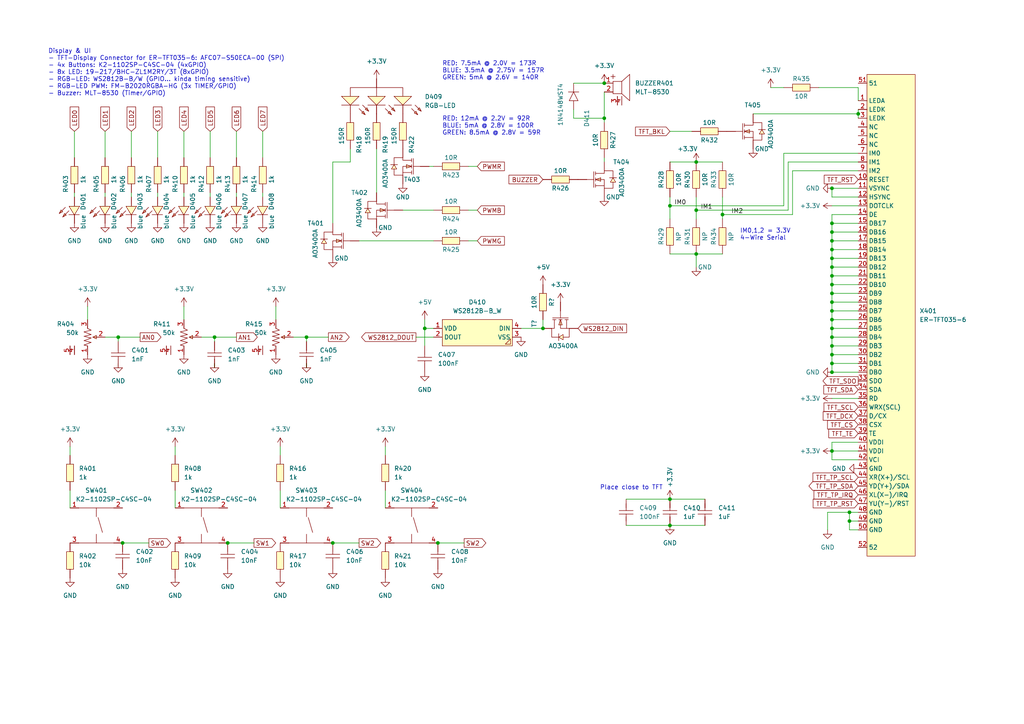
<source format=kicad_sch>
(kicad_sch (version 20211123) (generator eeschema)
  (paper "A4")
  (title_block (title "EduboardV2 Baseboard") (date "2022-06-05") (rev "1") (company "Juventus Technikerschule"))
  (lib_symbols
    (symbol "+3.3V_1" (power) (pin_names (offset 0))
      (property "Value" "+3.3V_1" (at 0 5.08 0))
      (symbol "+3.3V_1_1_1"
        (pin power_out line (at 0 0 90) (length 0) hide (name "+3.3V") (number "1"))
      )
    )
    (symbol "+3.3V_10" (power) (pin_names (offset 0))
      (property "Value" "+3.3V_10" (at 0 5.08 0))
      (symbol "+3.3V_10_1_1"
        (pin power_out line (at 0 0 90) (length 0) hide (name "+3.3V") (number "1"))
      )
    )
    (symbol "+3.3V_11" (power) (pin_names (offset 0))
      (property "Value" "+3.3V_11" (at 0 5.08 0))
      (symbol "+3.3V_11_1_1"
        (pin power_out line (at 0 0 90) (length 0) hide (name "+3.3V") (number "1"))
      )
    )
    (symbol "+3.3V_12" (power) (pin_names (offset 0))
      (property "Value" "+3.3V_12" (at 0 5.08 0))
      (symbol "+3.3V_12_1_1"
        (pin power_out line (at 0 0 90) (length 0) hide (name "+3.3V") (number "1"))
      )
    )
    (symbol "+3.3V_13" (power) (pin_names (offset 0))
      (property "Value" "+3.3V_13" (at 0 5.08 0))
      (symbol "+3.3V_13_1_1"
        (pin power_out line (at 0 0 90) (length 0) hide (name "+3.3V") (number "1"))
      )
    )
    (symbol "+3.3V_14" (power) (pin_names (offset 0))
      (property "Value" "+3.3V_14" (at 0 5.08 0))
      (symbol "+3.3V_14_1_1"
        (pin power_out line (at 0 0 90) (length 0) hide (name "+3.3V") (number "1"))
      )
    )
    (symbol "+3.3V_2" (power) (pin_names (offset 0))
      (property "Value" "+3.3V_2" (at 0 5.08 0))
      (symbol "+3.3V_2_1_1"
        (pin power_out line (at 0 0 90) (length 0) hide (name "+3.3V") (number "1"))
      )
    )
    (symbol "+3.3V_3" (power) (pin_names (offset 0))
      (property "Value" "+3.3V_3" (at 0 5.08 0))
      (symbol "+3.3V_3_1_1"
        (pin power_out line (at 0 0 90) (length 0) hide (name "+3.3V") (number "1"))
      )
    )
    (symbol "+3.3V_4" (power) (pin_names (offset 0))
      (property "Value" "+3.3V_4" (at 0 5.08 0))
      (symbol "+3.3V_4_1_1"
        (pin power_out line (at 0 0 90) (length 0) hide (name "+3.3V") (number "1"))
      )
    )
    (symbol "+3.3V_5" (power) (pin_names (offset 0))
      (property "Value" "+3.3V_5" (at 0 5.08 0))
      (symbol "+3.3V_5_1_1"
        (pin power_out line (at 0 0 90) (length 0) hide (name "+3.3V") (number "1"))
      )
    )
    (symbol "+3.3V_6" (power) (pin_names (offset 0))
      (property "Value" "+3.3V_6" (at 0 5.08 0))
      (symbol "+3.3V_6_1_1"
        (pin power_out line (at 0 0 90) (length 0) hide (name "+3.3V") (number "1"))
      )
    )
    (symbol "+3.3V_7" (power) (pin_names (offset 0))
      (property "Value" "+3.3V_7" (at 0 5.08 0))
      (symbol "+3.3V_7_1_1"
        (pin power_out line (at 0 0 90) (length 0) hide (name "+3.3V") (number "1"))
      )
    )
    (symbol "+3.3V_8" (power) (pin_names (offset 0))
      (property "Value" "+3.3V_8" (at 0 5.08 0))
      (symbol "+3.3V_8_1_1"
        (pin power_out line (at 0 0 90) (length 0) hide (name "+3.3V") (number "1"))
      )
    )
    (symbol "+3.3V_9" (power) (pin_names (offset 0))
      (property "Value" "+3.3V_9" (at 0 5.08 0))
      (symbol "+3.3V_9_1_1"
        (pin power_out line (at 0 0 90) (length 0) hide (name "+3.3V") (number "1"))
      )
    )
    (symbol "+5V_1" (power) (pin_names (offset 0))
      (property "Value" "+5V_1" (at 0 5.08 0))
      (symbol "+5V_1_1_1"
        (pin power_out line (at 0 0 90) (length 0) hide (name "+5V") (number "1"))
      )
    )
    (symbol "0402B102K500NT_1" (pin_numbers hide) (pin_names hide)
      (property "Reference" "C?" (at 0 5.08 0))
      (property "Value" "0402B102K500NT_1" (at 0 -5.08 0))
      (symbol "0402B102K500NT_1_0_1"
        (pin passive line (at -3.81 0 0) (length 2.54) (name "1") (number "1"))
        (pin passive line (at 3.81 0 180) (length 2.54) (name "2") (number "2"))
      )
    )
    (symbol "0402B102K500NT_2" (pin_numbers hide) (pin_names hide)
      (property "Reference" "C?" (at 0 5.08 0))
      (property "Value" "0402B102K500NT_2" (at 0 -5.08 0))
      (symbol "0402B102K500NT_2_0_1"
        (pin passive line (at -3.81 0 0) (length 2.54) (name "1") (number "1"))
        (pin passive line (at 3.81 0 180) (length 2.54) (name "2") (number "2"))
      )
    )
    (symbol "0402WGF1001TCE_1" (pin_numbers hide) (pin_names hide)
      (property "Reference" "R?" (at 0 5.08 0))
      (property "Value" "0402WGF1001TCE_1" (at 0 -5.08 0))
      (symbol "0402WGF1001TCE_1_0_1"
        (pin passive line (at -5.08 0 0) (length 2.54) (name "1") (number "1"))
        (pin passive line (at 5.08 0 180) (length 2.54) (name "2") (number "2"))
      )
    )
    (symbol "0402WGF1001TCE_10" (pin_numbers hide) (pin_names hide)
      (property "Reference" "R?" (at 0 5.08 0))
      (property "Value" "0402WGF1001TCE_10" (at 0 -5.08 0))
      (symbol "0402WGF1001TCE_10_0_1"
        (pin passive line (at -5.08 0 0) (length 2.54) (name "1") (number "1"))
        (pin passive line (at 5.08 0 180) (length 2.54) (name "2") (number "2"))
      )
    )
    (symbol "0402WGF1001TCE_11" (pin_numbers hide) (pin_names hide)
      (property "Reference" "R?" (at 0 5.08 0))
      (property "Value" "0402WGF1001TCE_11" (at 0 -5.08 0))
      (symbol "0402WGF1001TCE_11_0_1"
        (pin passive line (at -5.08 0 0) (length 2.54) (name "1") (number "1"))
        (pin passive line (at 5.08 0 180) (length 2.54) (name "2") (number "2"))
      )
    )
    (symbol "0402WGF1001TCE_2" (pin_numbers hide) (pin_names hide)
      (property "Reference" "R?" (at 0 5.08 0))
      (property "Value" "0402WGF1001TCE_2" (at 0 -5.08 0))
      (symbol "0402WGF1001TCE_2_0_1"
        (pin passive line (at -5.08 0 0) (length 2.54) (name "1") (number "1"))
        (pin passive line (at 5.08 0 180) (length 2.54) (name "2") (number "2"))
      )
    )
    (symbol "0402WGF1001TCE_3" (pin_numbers hide) (pin_names hide)
      (property "Reference" "R?" (at 0 5.08 0))
      (property "Value" "0402WGF1001TCE_3" (at 0 -5.08 0))
      (symbol "0402WGF1001TCE_3_0_1"
        (pin passive line (at -5.08 0 0) (length 2.54) (name "1") (number "1"))
        (pin passive line (at 5.08 0 180) (length 2.54) (name "2") (number "2"))
      )
    )
    (symbol "0402WGF1001TCE_4" (pin_numbers hide) (pin_names hide)
      (property "Reference" "R?" (at 0 5.08 0))
      (property "Value" "0402WGF1001TCE_4" (at 0 -5.08 0))
      (symbol "0402WGF1001TCE_4_0_1"
        (pin passive line (at -5.08 0 0) (length 2.54) (name "1") (number "1"))
        (pin passive line (at 5.08 0 180) (length 2.54) (name "2") (number "2"))
      )
    )
    (symbol "0402WGF1001TCE_5" (pin_numbers hide) (pin_names hide)
      (property "Reference" "R?" (at 0 5.08 0))
      (property "Value" "0402WGF1001TCE_5" (at 0 -5.08 0))
      (symbol "0402WGF1001TCE_5_0_1"
        (pin passive line (at -5.08 0 0) (length 2.54) (name "1") (number "1"))
        (pin passive line (at 5.08 0 180) (length 2.54) (name "2") (number "2"))
      )
    )
    (symbol "0402WGF1001TCE_6" (pin_numbers hide) (pin_names hide)
      (property "Reference" "R?" (at 0 5.08 0))
      (property "Value" "0402WGF1001TCE_6" (at 0 -5.08 0))
      (symbol "0402WGF1001TCE_6_0_1"
        (pin passive line (at -5.08 0 0) (length 2.54) (name "1") (number "1"))
        (pin passive line (at 5.08 0 180) (length 2.54) (name "2") (number "2"))
      )
    )
    (symbol "0402WGF1001TCE_7" (pin_numbers hide) (pin_names hide)
      (property "Reference" "R?" (at 0 5.08 0))
      (property "Value" "0402WGF1001TCE_7" (at 0 -5.08 0))
      (symbol "0402WGF1001TCE_7_0_1"
        (pin passive line (at -5.08 0 0) (length 2.54) (name "1") (number "1"))
        (pin passive line (at 5.08 0 180) (length 2.54) (name "2") (number "2"))
      )
    )
    (symbol "0402WGF1001TCE_8" (pin_numbers hide) (pin_names hide)
      (property "Reference" "R?" (at 0 5.08 0))
      (property "Value" "0402WGF1001TCE_8" (at 0 -5.08 0))
      (symbol "0402WGF1001TCE_8_0_1"
        (pin passive line (at -5.08 0 0) (length 2.54) (name "1") (number "1"))
        (pin passive line (at 5.08 0 180) (length 2.54) (name "2") (number "2"))
      )
    )
    (symbol "0402WGF1001TCE_9" (pin_numbers hide) (pin_names hide)
      (property "Reference" "R?" (at 0 5.08 0))
      (property "Value" "0402WGF1001TCE_9" (at 0 -5.08 0))
      (symbol "0402WGF1001TCE_9_0_1"
        (pin passive line (at -5.08 0 0) (length 2.54) (name "1") (number "1"))
        (pin passive line (at 5.08 0 180) (length 2.54) (name "2") (number "2"))
      )
    )
    (symbol "0402WGF1002TCE_1" (pin_numbers hide) (pin_names hide)
      (property "Reference" "R?" (at 0 5.08 0))
      (property "Value" "0402WGF1002TCE_1" (at 0 -5.08 0))
      (symbol "0402WGF1002TCE_1_0_1"
        (pin passive line (at -5.08 0 0) (length 2.54) (name "1") (number "1"))
        (pin passive line (at 5.08 0 180) (length 2.54) (name "2") (number "2"))
      )
    )
    (symbol "0402WGF1002TCE_2" (pin_numbers hide) (pin_names hide)
      (property "Reference" "R?" (at 0 5.08 0))
      (property "Value" "0402WGF1002TCE_2" (at 0 -5.08 0))
      (symbol "0402WGF1002TCE_2_0_1"
        (pin passive line (at -5.08 0 0) (length 2.54) (name "1") (number "1"))
        (pin passive line (at 5.08 0 180) (length 2.54) (name "2") (number "2"))
      )
    )
    (symbol "0402WGF1002TCE_3" (pin_numbers hide) (pin_names hide)
      (property "Reference" "R?" (at 0 5.08 0))
      (property "Value" "0402WGF1002TCE_3" (at 0 -5.08 0))
      (symbol "0402WGF1002TCE_3_0_1"
        (pin passive line (at -5.08 0 0) (length 2.54) (name "1") (number "1"))
        (pin passive line (at 5.08 0 180) (length 2.54) (name "2") (number "2"))
      )
    )
    (symbol "0402WGF100JTCE_1" (pin_numbers hide) (pin_names hide)
      (property "Reference" "R?" (at 0 5.08 0))
      (property "Value" "0402WGF100JTCE_1" (at 0 -5.08 0))
      (symbol "0402WGF100JTCE_1_0_1"
        (pin passive line (at -5.08 0 0) (length 2.54) (name "1") (number "1"))
        (pin passive line (at 5.08 0 180) (length 2.54) (name "2") (number "2"))
      )
    )
    (symbol "0402WGF100JTCE_10" (pin_numbers hide) (pin_names hide)
      (property "Reference" "R?" (at 0 5.08 0))
      (property "Value" "0402WGF100JTCE_10" (at 0 -5.08 0))
      (symbol "0402WGF100JTCE_10_0_1"
        (pin passive line (at -5.08 0 0) (length 2.54) (name "1") (number "1"))
        (pin passive line (at 5.08 0 180) (length 2.54) (name "2") (number "2"))
      )
    )
    (symbol "0402WGF100JTCE_11" (pin_numbers hide) (pin_names hide)
      (property "Reference" "R?" (at 0 5.08 0))
      (property "Value" "0402WGF100JTCE_11" (at 0 -5.08 0))
      (symbol "0402WGF100JTCE_11_0_1"
        (pin passive line (at -5.08 0 0) (length 2.54) (name "1") (number "1"))
        (pin passive line (at 5.08 0 180) (length 2.54) (name "2") (number "2"))
      )
    )
    (symbol "0402WGF100JTCE_12" (pin_numbers hide) (pin_names hide)
      (property "Reference" "R?" (at 0 5.08 0))
      (property "Value" "0402WGF100JTCE_12" (at 0 -5.08 0))
      (symbol "0402WGF100JTCE_12_0_1"
        (pin passive line (at -5.08 0 0) (length 2.54) (name "1") (number "1"))
        (pin passive line (at 5.08 0 180) (length 2.54) (name "2") (number "2"))
      )
    )
    (symbol "0402WGF100JTCE_2" (pin_numbers hide) (pin_names hide)
      (property "Reference" "R?" (at 0 5.08 0))
      (property "Value" "0402WGF100JTCE_2" (at 0 -5.08 0))
      (symbol "0402WGF100JTCE_2_0_1"
        (pin passive line (at -5.08 0 0) (length 2.54) (name "1") (number "1"))
        (pin passive line (at 5.08 0 180) (length 2.54) (name "2") (number "2"))
      )
    )
    (symbol "0402WGF100JTCE_3" (pin_numbers hide) (pin_names hide)
      (property "Reference" "R?" (at 0 5.08 0))
      (property "Value" "0402WGF100JTCE_3" (at 0 -5.08 0))
      (symbol "0402WGF100JTCE_3_0_1"
        (pin passive line (at -5.08 0 0) (length 2.54) (name "1") (number "1"))
        (pin passive line (at 5.08 0 180) (length 2.54) (name "2") (number "2"))
      )
    )
    (symbol "0402WGF100JTCE_4" (pin_numbers hide) (pin_names hide)
      (property "Reference" "R?" (at 0 5.08 0))
      (property "Value" "0402WGF100JTCE_4" (at 0 -5.08 0))
      (symbol "0402WGF100JTCE_4_0_1"
        (pin passive line (at -5.08 0 0) (length 2.54) (name "1") (number "1"))
        (pin passive line (at 5.08 0 180) (length 2.54) (name "2") (number "2"))
      )
    )
    (symbol "0402WGF100JTCE_5" (pin_numbers hide) (pin_names hide)
      (property "Reference" "R?" (at 0 5.08 0))
      (property "Value" "0402WGF100JTCE_5" (at 0 -5.08 0))
      (symbol "0402WGF100JTCE_5_0_1"
        (pin passive line (at -5.08 0 0) (length 2.54) (name "1") (number "1"))
        (pin passive line (at 5.08 0 180) (length 2.54) (name "2") (number "2"))
      )
    )
    (symbol "0402WGF100JTCE_6" (pin_numbers hide) (pin_names hide)
      (property "Reference" "R?" (at 0 5.08 0))
      (property "Value" "0402WGF100JTCE_6" (at 0 -5.08 0))
      (symbol "0402WGF100JTCE_6_0_1"
        (pin passive line (at -5.08 0 0) (length 2.54) (name "1") (number "1"))
        (pin passive line (at 5.08 0 180) (length 2.54) (name "2") (number "2"))
      )
    )
    (symbol "0402WGF100JTCE_7" (pin_numbers hide) (pin_names hide)
      (property "Reference" "R?" (at 0 5.08 0))
      (property "Value" "0402WGF100JTCE_7" (at 0 -5.08 0))
      (symbol "0402WGF100JTCE_7_0_1"
        (pin passive line (at -5.08 0 0) (length 2.54) (name "1") (number "1"))
        (pin passive line (at 5.08 0 180) (length 2.54) (name "2") (number "2"))
      )
    )
    (symbol "0402WGF100JTCE_8" (pin_numbers hide) (pin_names hide)
      (property "Reference" "R?" (at 0 5.08 0))
      (property "Value" "0402WGF100JTCE_8" (at 0 -5.08 0))
      (symbol "0402WGF100JTCE_8_0_1"
        (pin passive line (at -5.08 0 0) (length 2.54) (name "1") (number "1"))
        (pin passive line (at 5.08 0 180) (length 2.54) (name "2") (number "2"))
      )
    )
    (symbol "0402WGF100JTCE_9" (pin_numbers hide) (pin_names hide)
      (property "Reference" "R?" (at 0 5.08 0))
      (property "Value" "0402WGF100JTCE_9" (at 0 -5.08 0))
      (symbol "0402WGF100JTCE_9_0_1"
        (pin passive line (at -5.08 0 0) (length 2.54) (name "1") (number "1"))
        (pin passive line (at 5.08 0 180) (length 2.54) (name "2") (number "2"))
      )
    )
    (symbol "0402WGF1500TCE_1" (pin_numbers hide) (pin_names hide)
      (property "Reference" "R?" (at 0 5.08 0))
      (property "Value" "0402WGF1500TCE_1" (at 0 -5.08 0))
      (symbol "0402WGF1500TCE_1_0_1"
        (pin passive line (at -5.08 0 0) (length 2.54) (name "1") (number "1"))
        (pin passive line (at 5.08 0 180) (length 2.54) (name "2") (number "2"))
      )
    )
    (symbol "0402WGF1500TCE_2" (pin_numbers hide) (pin_names hide)
      (property "Reference" "R?" (at 0 5.08 0))
      (property "Value" "0402WGF1500TCE_2" (at 0 -5.08 0))
      (symbol "0402WGF1500TCE_2_0_1"
        (pin passive line (at -5.08 0 0) (length 2.54) (name "1") (number "1"))
        (pin passive line (at 5.08 0 180) (length 2.54) (name "2") (number "2"))
      )
    )
    (symbol "19-217_BHC-ZL1M2RY_3T_1" (pin_numbers hide) (pin_names hide)
      (property "Reference" "LED?" (at 0.3241 2.1166 0))
      (property "Value" "19-217_BHC-ZL1M2RY_3T_1" (at 0 -7.11 0))
      (symbol "19-217_BHC-ZL1M2RY_3T_1_0_1"
        (pin passive line (at 3.81 -2.54 180) (length 2.54) (name "A") (number "1"))
        (pin passive line (at -3.81 -2.54 0) (length 2.54) (name "C") (number "2"))
      )
    )
    (symbol "19-217_BHC-ZL1M2RY_3T_2" (pin_numbers hide) (pin_names hide)
      (property "Reference" "LED?" (at 0.3241 2.1166 0))
      (property "Value" "19-217_BHC-ZL1M2RY_3T_2" (at 0 -7.11 0))
      (symbol "19-217_BHC-ZL1M2RY_3T_2_0_1"
        (pin passive line (at 3.81 -2.54 180) (length 2.54) (name "A") (number "1"))
        (pin passive line (at -3.81 -2.54 0) (length 2.54) (name "C") (number "2"))
      )
    )
    (symbol "19-217_BHC-ZL1M2RY_3T_3" (pin_numbers hide) (pin_names hide)
      (property "Reference" "LED?" (at 0.3241 2.1166 0))
      (property "Value" "19-217_BHC-ZL1M2RY_3T_3" (at 0 -7.11 0))
      (symbol "19-217_BHC-ZL1M2RY_3T_3_0_1"
        (pin passive line (at 3.81 -2.54 180) (length 2.54) (name "A") (number "1"))
        (pin passive line (at -3.81 -2.54 0) (length 2.54) (name "C") (number "2"))
      )
    )
    (symbol "19-217_BHC-ZL1M2RY_3T_4" (pin_numbers hide) (pin_names hide)
      (property "Reference" "LED?" (at 0.3241 2.1166 0))
      (property "Value" "19-217_BHC-ZL1M2RY_3T_4" (at 0 -7.11 0))
      (symbol "19-217_BHC-ZL1M2RY_3T_4_0_1"
        (pin passive line (at 3.81 -2.54 180) (length 2.54) (name "A") (number "1"))
        (pin passive line (at -3.81 -2.54 0) (length 2.54) (name "C") (number "2"))
      )
    )
    (symbol "19-217_BHC-ZL1M2RY_3T_5" (pin_numbers hide) (pin_names hide)
      (property "Reference" "LED?" (at 0.3241 2.1166 0))
      (property "Value" "19-217_BHC-ZL1M2RY_3T_5" (at 0 -7.11 0))
      (symbol "19-217_BHC-ZL1M2RY_3T_5_0_1"
        (pin passive line (at 3.81 -2.54 180) (length 2.54) (name "A") (number "1"))
        (pin passive line (at -3.81 -2.54 0) (length 2.54) (name "C") (number "2"))
      )
    )
    (symbol "19-217_BHC-ZL1M2RY_3T_6" (pin_numbers hide) (pin_names hide)
      (property "Reference" "LED?" (at 0.3241 2.1166 0))
      (property "Value" "19-217_BHC-ZL1M2RY_3T_6" (at 0 -7.11 0))
      (symbol "19-217_BHC-ZL1M2RY_3T_6_0_1"
        (pin passive line (at 3.81 -2.54 180) (length 2.54) (name "A") (number "1"))
        (pin passive line (at -3.81 -2.54 0) (length 2.54) (name "C") (number "2"))
      )
    )
    (symbol "19-217_BHC-ZL1M2RY_3T_7" (pin_numbers hide) (pin_names hide)
      (property "Reference" "LED?" (at 0.3241 2.1166 0))
      (property "Value" "19-217_BHC-ZL1M2RY_3T_7" (at 0 -7.11 0))
      (symbol "19-217_BHC-ZL1M2RY_3T_7_0_1"
        (pin passive line (at 3.81 -2.54 180) (length 2.54) (name "A") (number "1"))
        (pin passive line (at -3.81 -2.54 0) (length 2.54) (name "C") (number "2"))
      )
    )
    (symbol "AO3400A_1" (pin_numbers hide) (pin_names hide)
      (property "Reference" "Q?" (at 0 10.16 0))
      (property "Value" "AO3400A_1" (at 0 -10.16 0))
      (symbol "AO3400A_1_0_1"
        (pin passive line (at -5.08 0 0) (length 2.54) (name "G") (number "1"))
        (pin passive line (at 2.54 -5.08 90) (length 2.54) (name "S") (number "2"))
        (pin passive line (at 2.54 5.08 270) (length 2.54) (name "D") (number "3"))
      )
    )
    (symbol "AO3400A_2" (pin_numbers hide) (pin_names hide)
      (property "Reference" "Q?" (at 0 10.16 0))
      (property "Value" "AO3400A_2" (at 0 -10.16 0))
      (symbol "AO3400A_2_0_1"
        (pin passive line (at -5.08 0 0) (length 2.54) (name "G") (number "1"))
        (pin passive line (at 2.54 -5.08 90) (length 2.54) (name "S") (number "2"))
        (pin passive line (at 2.54 5.08 270) (length 2.54) (name "D") (number "3"))
      )
    )
    (symbol "AO3400A_3" (pin_numbers hide) (pin_names hide)
      (property "Reference" "Q?" (at 0 10.16 0))
      (property "Value" "AO3400A_3" (at 0 -10.16 0))
      (symbol "AO3400A_3_0_1"
        (pin passive line (at -5.08 0 0) (length 2.54) (name "G") (number "1"))
        (pin passive line (at 2.54 -5.08 90) (length 2.54) (name "S") (number "2"))
        (pin passive line (at 2.54 5.08 270) (length 2.54) (name "D") (number "3"))
      )
    )
    (symbol "AO3400A_4" (pin_numbers hide) (pin_names hide)
      (property "Reference" "Q?" (at 0 10.16 0))
      (property "Value" "AO3400A_4" (at 0 -10.16 0))
      (symbol "AO3400A_4_0_1"
        (pin passive line (at -5.08 0 0) (length 2.54) (name "G") (number "1"))
        (pin passive line (at 2.54 -5.08 90) (length 2.54) (name "S") (number "2"))
        (pin passive line (at 2.54 5.08 270) (length 2.54) (name "D") (number "3"))
      )
    )
    (symbol "CL05A105KA5NQNC_1" (pin_numbers hide) (pin_names hide)
      (property "Reference" "C?" (at 0 5.08 0))
      (property "Value" "CL05A105KA5NQNC_1" (at 0 -5.08 0))
      (symbol "CL05A105KA5NQNC_1_0_1"
        (pin passive line (at -3.81 0 0) (length 2.54) (name "1") (number "1"))
        (pin passive line (at 3.81 0 180) (length 2.54) (name "2") (number "2"))
      )
    )
    (symbol "CL05B103KB5NNNC_1" (pin_numbers hide) (pin_names hide)
      (property "Reference" "C?" (at 0 5.08 0))
      (property "Value" "CL05B103KB5NNNC_1" (at 0 -5.08 0))
      (symbol "CL05B103KB5NNNC_1_0_1"
        (pin passive line (at -3.81 0 0) (length 2.54) (name "1") (number "1"))
        (pin passive line (at 3.81 0 180) (length 2.54) (name "2") (number "2"))
      )
    )
    (symbol "CL05B103KB5NNNC_2" (pin_numbers hide) (pin_names hide)
      (property "Reference" "C?" (at 0 5.08 0))
      (property "Value" "CL05B103KB5NNNC_2" (at 0 -5.08 0))
      (symbol "CL05B103KB5NNNC_2_0_1"
        (pin passive line (at -3.81 0 0) (length 2.54) (name "1") (number "1"))
        (pin passive line (at 3.81 0 180) (length 2.54) (name "2") (number "2"))
      )
    )
    (symbol "CL05B103KB5NNNC_3" (pin_numbers hide) (pin_names hide)
      (property "Reference" "C?" (at 0 5.08 0))
      (property "Value" "CL05B103KB5NNNC_3" (at 0 -5.08 0))
      (symbol "CL05B103KB5NNNC_3_0_1"
        (pin passive line (at -3.81 0 0) (length 2.54) (name "1") (number "1"))
        (pin passive line (at 3.81 0 180) (length 2.54) (name "2") (number "2"))
      )
    )
    (symbol "CL05B104KB54PNC_1" (pin_numbers hide) (pin_names hide)
      (property "Reference" "C?" (at 0 5.08 0))
      (property "Value" "CL05B104KB54PNC_1" (at 0 -5.08 0))
      (symbol "CL05B104KB54PNC_1_0_1"
        (pin passive line (at -3.81 0 0) (length 2.54) (name "1") (number "1"))
        (pin passive line (at 3.81 0 180) (length 2.54) (name "2") (number "2"))
      )
    )
    (symbol "GND_1" (power) (pin_names (offset 0))
      (property "Value" "GND_1" (at 0 -5.08 0))
      (symbol "GND_1_1_1"
        (pin power_out line (at 0 0 270) (length 0) hide (name "GND") (number "1"))
      )
    )
    (symbol "GND_10" (power) (pin_names (offset 0))
      (property "Value" "GND_10" (at 0 -5.08 0))
      (symbol "GND_10_1_1"
        (pin power_out line (at 0 0 270) (length 0) hide (name "GND") (number "1"))
      )
    )
    (symbol "GND_11" (power) (pin_names (offset 0))
      (property "Value" "GND_11" (at 0 -5.08 0))
      (symbol "GND_11_1_1"
        (pin power_out line (at 0 0 270) (length 0) hide (name "GND") (number "1"))
      )
    )
    (symbol "GND_12" (power) (pin_names (offset 0))
      (property "Value" "GND_12" (at 0 -5.08 0))
      (symbol "GND_12_1_1"
        (pin power_out line (at 0 0 270) (length 0) hide (name "GND") (number "1"))
      )
    )
    (symbol "GND_13" (power) (pin_names (offset 0))
      (property "Value" "GND_13" (at 0 -5.08 0))
      (symbol "GND_13_1_1"
        (pin power_out line (at 0 0 270) (length 0) hide (name "GND") (number "1"))
      )
    )
    (symbol "GND_14" (power) (pin_names (offset 0))
      (property "Value" "GND_14" (at 0 -5.08 0))
      (symbol "GND_14_1_1"
        (pin power_out line (at 0 0 270) (length 0) hide (name "GND") (number "1"))
      )
    )
    (symbol "GND_15" (power) (pin_names (offset 0))
      (property "Value" "GND_15" (at 0 -5.08 0))
      (symbol "GND_15_1_1"
        (pin power_out line (at 0 0 270) (length 0) hide (name "GND") (number "1"))
      )
    )
    (symbol "GND_16" (power) (pin_names (offset 0))
      (property "Value" "GND_16" (at 0 -5.08 0))
      (symbol "GND_16_1_1"
        (pin power_out line (at 0 0 270) (length 0) hide (name "GND") (number "1"))
      )
    )
    (symbol "GND_17" (power) (pin_names (offset 0))
      (property "Value" "GND_17" (at 0 -5.08 0))
      (symbol "GND_17_1_1"
        (pin power_out line (at 0 0 270) (length 0) hide (name "GND") (number "1"))
      )
    )
    (symbol "GND_18" (power) (pin_names (offset 0))
      (property "Value" "GND_18" (at 0 -5.08 0))
      (symbol "GND_18_1_1"
        (pin power_out line (at 0 0 270) (length 0) hide (name "GND") (number "1"))
      )
    )
    (symbol "GND_19" (power) (pin_names (offset 0))
      (property "Value" "GND_19" (at 0 -5.08 0))
      (symbol "GND_19_1_1"
        (pin power_out line (at 0 0 270) (length 0) hide (name "GND") (number "1"))
      )
    )
    (symbol "GND_2" (power) (pin_names (offset 0))
      (property "Value" "GND_2" (at 0 -5.08 0))
      (symbol "GND_2_1_1"
        (pin power_out line (at 0 0 270) (length 0) hide (name "GND") (number "1"))
      )
    )
    (symbol "GND_20" (power) (pin_names (offset 0))
      (property "Value" "GND_20" (at 0 -5.08 0))
      (symbol "GND_20_1_1"
        (pin power_out line (at 0 0 270) (length 0) hide (name "GND") (number "1"))
      )
    )
    (symbol "GND_21" (power) (pin_names (offset 0))
      (property "Value" "GND_21" (at 0 -5.08 0))
      (symbol "GND_21_1_1"
        (pin power_out line (at 0 0 270) (length 0) hide (name "GND") (number "1"))
      )
    )
    (symbol "GND_22" (power) (pin_names (offset 0))
      (property "Value" "GND_22" (at 0 -5.08 0))
      (symbol "GND_22_1_1"
        (pin power_out line (at 0 0 270) (length 0) hide (name "GND") (number "1"))
      )
    )
    (symbol "GND_23" (power) (pin_names (offset 0))
      (property "Value" "GND_23" (at 0 -5.08 0))
      (symbol "GND_23_1_1"
        (pin power_out line (at 0 0 270) (length 0) hide (name "GND") (number "1"))
      )
    )
    (symbol "GND_24" (power) (pin_names (offset 0))
      (property "Value" "GND_24" (at 0 -5.08 0))
      (symbol "GND_24_1_1"
        (pin power_out line (at 0 0 270) (length 0) hide (name "GND") (number "1"))
      )
    )
    (symbol "GND_25" (power) (pin_names (offset 0))
      (property "Value" "GND_25" (at 0 -5.08 0))
      (symbol "GND_25_1_1"
        (pin power_out line (at 0 0 270) (length 0) hide (name "GND") (number "1"))
      )
    )
    (symbol "GND_26" (power) (pin_names (offset 0))
      (property "Value" "GND_26" (at 0 -5.08 0))
      (symbol "GND_26_1_1"
        (pin power_out line (at 0 0 270) (length 0) hide (name "GND") (number "1"))
      )
    )
    (symbol "GND_27" (power) (pin_names (offset 0))
      (property "Value" "GND_27" (at 0 -5.08 0))
      (symbol "GND_27_1_1"
        (pin power_out line (at 0 0 270) (length 0) hide (name "GND") (number "1"))
      )
    )
    (symbol "GND_28" (power) (pin_names (offset 0))
      (property "Value" "GND_28" (at 0 -5.08 0))
      (symbol "GND_28_1_1"
        (pin power_out line (at 0 0 270) (length 0) hide (name "GND") (number "1"))
      )
    )
    (symbol "GND_29" (power) (pin_names (offset 0))
      (property "Value" "GND_29" (at 0 -5.08 0))
      (symbol "GND_29_1_1"
        (pin power_out line (at 0 0 270) (length 0) hide (name "GND") (number "1"))
      )
    )
    (symbol "GND_3" (power) (pin_names (offset 0))
      (property "Value" "GND_3" (at 0 -5.08 0))
      (symbol "GND_3_1_1"
        (pin power_out line (at 0 0 270) (length 0) hide (name "GND") (number "1"))
      )
    )
    (symbol "GND_30" (power) (pin_names (offset 0))
      (property "Value" "GND_30" (at 0 -5.08 0))
      (symbol "GND_30_1_1"
        (pin power_out line (at 0 0 270) (length 0) hide (name "GND") (number "1"))
      )
    )
    (symbol "GND_31" (power) (pin_names (offset 0))
      (property "Value" "GND_31" (at 0 -5.08 0))
      (symbol "GND_31_1_1"
        (pin power_out line (at 0 0 270) (length 0) hide (name "GND") (number "1"))
      )
    )
    (symbol "GND_32" (power) (pin_names (offset 0))
      (property "Value" "GND_32" (at 0 -5.08 0))
      (symbol "GND_32_1_1"
        (pin power_out line (at 0 0 270) (length 0) hide (name "GND") (number "1"))
      )
    )
    (symbol "GND_33" (power) (pin_names (offset 0))
      (property "Value" "GND_33" (at 0 -5.08 0))
      (symbol "GND_33_1_1"
        (pin power_out line (at 0 0 270) (length 0) hide (name "GND") (number "1"))
      )
    )
    (symbol "GND_34" (power) (pin_names (offset 0))
      (property "Value" "GND_34" (at 0 -5.08 0))
      (symbol "GND_34_1_1"
        (pin power_out line (at 0 0 270) (length 0) hide (name "GND") (number "1"))
      )
    )
    (symbol "GND_4" (power) (pin_names (offset 0))
      (property "Value" "GND_4" (at 0 -5.08 0))
      (symbol "GND_4_1_1"
        (pin power_out line (at 0 0 270) (length 0) hide (name "GND") (number "1"))
      )
    )
    (symbol "GND_5" (power) (pin_names (offset 0))
      (property "Value" "GND_5" (at 0 -5.08 0))
      (symbol "GND_5_1_1"
        (pin power_out line (at 0 0 270) (length 0) hide (name "GND") (number "1"))
      )
    )
    (symbol "GND_6" (power) (pin_names (offset 0))
      (property "Value" "GND_6" (at 0 -5.08 0))
      (symbol "GND_6_1_1"
        (pin power_out line (at 0 0 270) (length 0) hide (name "GND") (number "1"))
      )
    )
    (symbol "GND_7" (power) (pin_names (offset 0))
      (property "Value" "GND_7" (at 0 -5.08 0))
      (symbol "GND_7_1_1"
        (pin power_out line (at 0 0 270) (length 0) hide (name "GND") (number "1"))
      )
    )
    (symbol "GND_8" (power) (pin_names (offset 0))
      (property "Value" "GND_8" (at 0 -5.08 0))
      (symbol "GND_8_1_1"
        (pin power_out line (at 0 0 270) (length 0) hide (name "GND") (number "1"))
      )
    )
    (symbol "GND_9" (power) (pin_names (offset 0))
      (property "Value" "GND_9" (at 0 -5.08 0))
      (symbol "GND_9_1_1"
        (pin power_out line (at 0 0 270) (length 0) hide (name "GND") (number "1"))
      )
    )
    (symbol "K2-1102SP-C4SC-04_1" (pin_names hide)
      (property "Reference" "SW?" (at 0 10.16 0))
      (property "Value" "K2-1102SP-C4SC-04_1" (at 0 -10.16 0))
      (symbol "K2-1102SP-C4SC-04_1_0_1"
        (pin passive line (at -7.62 5.08 0) (length 2.54) (name "1") (number "1"))
        (pin passive line (at 7.62 5.08 180) (length 2.54) (name "2") (number "2"))
        (pin passive line (at -7.62 -5.08 0) (length 2.54) (name "3") (number "3"))
        (pin passive line (at 7.62 -5.08 180) (length 2.54) (name "4") (number "4"))
      )
    )
    (symbol "K2-1102SP-C4SC-04_2" (pin_names hide)
      (property "Reference" "SW?" (at 0 10.16 0))
      (property "Value" "K2-1102SP-C4SC-04_2" (at 0 -10.16 0))
      (symbol "K2-1102SP-C4SC-04_2_0_1"
        (pin passive line (at -7.62 5.08 0) (length 2.54) (name "1") (number "1"))
        (pin passive line (at 7.62 5.08 180) (length 2.54) (name "2") (number "2"))
        (pin passive line (at -7.62 -5.08 0) (length 2.54) (name "3") (number "3"))
        (pin passive line (at 7.62 -5.08 180) (length 2.54) (name "4") (number "4"))
      )
    )
    (symbol "K2-1102SP-C4SC-04_3" (pin_names hide)
      (property "Reference" "SW?" (at 0 10.16 0))
      (property "Value" "K2-1102SP-C4SC-04_3" (at 0 -10.16 0))
      (symbol "K2-1102SP-C4SC-04_3_0_1"
        (pin passive line (at -7.62 5.08 0) (length 2.54) (name "1") (number "1"))
        (pin passive line (at 7.62 5.08 180) (length 2.54) (name "2") (number "2"))
        (pin passive line (at -7.62 -5.08 0) (length 2.54) (name "3") (number "3"))
        (pin passive line (at 7.62 -5.08 180) (length 2.54) (name "4") (number "4"))
      )
    )
    (symbol "RK09K1130ACL_1" (pin_names hide)
      (property "Reference" "R?" (at 0 10.16 0))
      (property "Value" "RK09K1130ACL_1" (at 0 -10.16 0))
      (symbol "RK09K1130ACL_1_0_1"
        (pin passive line (at 5.08 0 180) (length 2.54) (name "1") (number "1"))
        (pin passive line (at 0 5.08 270) (length 2.54) (name "2") (number "2"))
        (pin passive line (at -5.08 0 0) (length 2.54) (name "3") (number "3"))
        (pin passive line (at 5.08 -3.81 180) (length 2.54) (name "4") (number "4"))
        (pin passive line (at 5.08 -5.08 180) (length 2.54) (name "5") (number "5"))
      )
    )
    (symbol "RK09K1130ACL_2" (pin_names hide)
      (property "Reference" "R?" (at 0 10.16 0))
      (property "Value" "RK09K1130ACL_2" (at 0 -10.16 0))
      (symbol "RK09K1130ACL_2_0_1"
        (pin passive line (at 5.08 0 180) (length 2.54) (name "1") (number "1"))
        (pin passive line (at 0 5.08 270) (length 2.54) (name "2") (number "2"))
        (pin passive line (at -5.08 0 0) (length 2.54) (name "3") (number "3"))
        (pin passive line (at 5.08 -3.81 180) (length 2.54) (name "4") (number "4"))
        (pin passive line (at 5.08 -5.08 180) (length 2.54) (name "5") (number "5"))
      )
    )
    (symbol "eduboardv2:+3.3V" (power) (pin_names (offset 0))
      (property "Value" "+3.3V" (at 0 5.08 0))
      (symbol "+3.3V_1_1"
        (pin power_out line (at 0 0 90) (length 0) hide (name "+3.3V") (number "1"))
      )
    )
    (symbol "eduboardv2:0402B102K500NT" (pin_numbers hide) (pin_names hide)
      (property "Reference" "C?" (at 0 5.08 0))
      (property "Value" "0402B102K500NT" (at 0 -5.08 0))
      (symbol "0402B102K500NT_0_1"
        (pin passive line (at -3.81 0 0) (length 2.54) (name "1") (number "1"))
        (pin passive line (at 3.81 0 180) (length 2.54) (name "2") (number "2"))
      )
    )
    (symbol "eduboardv2:0402WGF1001TCE" (pin_numbers hide) (pin_names hide)
      (property "Reference" "R?" (at 0 5.08 0))
      (property "Value" "0402WGF1001TCE" (at 0 -5.08 0))
      (symbol "0402WGF1001TCE_0_1"
        (pin passive line (at -5.08 0 0) (length 2.54) (name "1") (number "1"))
        (pin passive line (at 5.08 0 180) (length 2.54) (name "2") (number "2"))
      )
    )
    (symbol "eduboardv2:0402WGF1002TCE" (pin_numbers hide) (pin_names hide)
      (property "Reference" "R?" (at 0 5.08 0))
      (property "Value" "0402WGF1002TCE" (at 0 -5.08 0))
      (symbol "0402WGF1002TCE_0_1"
        (pin passive line (at -5.08 0 0) (length 2.54) (name "1") (number "1"))
        (pin passive line (at 5.08 0 180) (length 2.54) (name "2") (number "2"))
      )
    )
    (symbol "eduboardv2:0402WGF100JTCE" (pin_numbers hide) (pin_names hide)
      (property "Reference" "R?" (at 0 5.08 0))
      (property "Value" "0402WGF100JTCE" (at 0 -5.08 0))
      (symbol "0402WGF100JTCE_0_1"
        (pin passive line (at -5.08 0 0) (length 2.54) (name "1") (number "1"))
        (pin passive line (at 5.08 0 180) (length 2.54) (name "2") (number "2"))
      )
    )
    (symbol "eduboardv2:0402WGF1500TCE" (pin_numbers hide) (pin_names hide)
      (property "Reference" "R?" (at 0 5.08 0))
      (property "Value" "0402WGF1500TCE" (at 0 -5.08 0))
      (symbol "0402WGF1500TCE_0_1"
        (pin passive line (at -5.08 0 0) (length 2.54) (name "1") (number "1"))
        (pin passive line (at 5.08 0 180) (length 2.54) (name "2") (number "2"))
      )
    )
    (symbol "eduboardv2:19-217_BHC-ZL1M2RY_3T" (pin_numbers hide) (pin_names hide)
      (property "Reference" "LED?" (at 0.3241 2.1166 0))
      (property "Value" "19-217_BHC-ZL1M2RY_3T" (at 0 -7.11 0))
      (symbol "19-217_BHC-ZL1M2RY_3T_0_1"
        (pin passive line (at 3.81 -2.54 180) (length 2.54) (name "A") (number "1"))
        (pin passive line (at -3.81 -2.54 0) (length 2.54) (name "C") (number "2"))
      )
    )
    (symbol "eduboardv2:1N4148WST4" (pin_numbers hide) (pin_names hide)
      (property "Reference" "D?" (at 0 5.08 0))
      (property "Value" "1N4148WST4" (at 0 -5.08 0))
      (symbol "1N4148WST4_0_1"
        (pin passive line (at -3.81 0 0) (length 2.54) (name "K") (number "1"))
        (pin passive line (at 3.81 0 180) (length 2.54) (name "A") (number "2"))
      )
    )
    (symbol "eduboardv2:AO3400A" (pin_numbers hide) (pin_names hide)
      (property "Reference" "Q?" (at 0 10.16 0))
      (property "Value" "AO3400A" (at 0 -10.16 0))
      (symbol "AO3400A_0_1"
        (pin passive line (at -5.08 0 0) (length 2.54) (name "G") (number "1"))
        (pin passive line (at 2.54 -5.08 90) (length 2.54) (name "S") (number "2"))
        (pin passive line (at 2.54 5.08 270) (length 2.54) (name "D") (number "3"))
      )
    )
    (symbol "eduboardv2:CL05A105KA5NQNC" (pin_numbers hide) (pin_names hide)
      (property "Reference" "C?" (at 0 5.08 0))
      (property "Value" "CL05A105KA5NQNC" (at 0 -5.08 0))
      (symbol "CL05A105KA5NQNC_0_1"
        (pin passive line (at -3.81 0 0) (length 2.54) (name "1") (number "1"))
        (pin passive line (at 3.81 0 180) (length 2.54) (name "2") (number "2"))
      )
    )
    (symbol "eduboardv2:CL05B103KB5NNNC" (pin_numbers hide) (pin_names hide)
      (property "Reference" "C?" (at 0 5.08 0))
      (property "Value" "CL05B103KB5NNNC" (at 0 -5.08 0))
      (symbol "CL05B103KB5NNNC_0_1"
        (pin passive line (at -3.81 0 0) (length 2.54) (name "1") (number "1"))
        (pin passive line (at 3.81 0 180) (length 2.54) (name "2") (number "2"))
      )
    )
    (symbol "eduboardv2:CL05B104KB54PNC" (pin_numbers hide) (pin_names hide)
      (property "Reference" "C?" (at 0 5.08 0))
      (property "Value" "CL05B104KB54PNC" (at 0 -5.08 0))
      (symbol "CL05B104KB54PNC_0_1"
        (pin passive line (at -3.81 0 0) (length 2.54) (name "1") (number "1"))
        (pin passive line (at 3.81 0 180) (length 2.54) (name "2") (number "2"))
      )
    )
    (symbol "eduboardv2:ER-TFT035-6"
      (property "Reference" "X?" (at 0 73.66 0))
      (property "Value" "ER-TFT035-6" (at 0 -71.12 0))
      (symbol "ER-TFT035-6_0_1"
        (pin passive line (at -5.08 63.5 0) (length 2.54) (name "LEDA") (number "1"))
        (pin passive line (at -5.08 40.64 0) (length 2.54) (name "RESET") (number "10"))
        (pin passive line (at -5.08 38.1 0) (length 2.54) (name "VSYNC") (number "11"))
        (pin passive line (at -5.08 35.56 0) (length 2.54) (name "HSYNC") (number "12"))
        (pin passive line (at -5.08 33.02 0) (length 2.54) (name "DOTCLK") (number "13"))
        (pin passive line (at -5.08 30.48 0) (length 2.54) (name "DE") (number "14"))
        (pin passive line (at -5.08 27.94 0) (length 2.54) (name "DB17") (number "15"))
        (pin passive line (at -5.08 25.4 0) (length 2.54) (name "DB16") (number "16"))
        (pin passive line (at -5.08 22.86 0) (length 2.54) (name "DB15") (number "17"))
        (pin passive line (at -5.08 20.32 0) (length 2.54) (name "DB14") (number "18"))
        (pin passive line (at -5.08 17.78 0) (length 2.54) (name "DB13") (number "19"))
        (pin passive line (at -5.08 60.96 0) (length 2.54) (name "LEDK") (number "2"))
        (pin passive line (at -5.08 15.24 0) (length 2.54) (name "DB12") (number "20"))
        (pin passive line (at -5.08 12.7 0) (length 2.54) (name "DB11") (number "21"))
        (pin passive line (at -5.08 10.16 0) (length 2.54) (name "DB10") (number "22"))
        (pin passive line (at -5.08 7.62 0) (length 2.54) (name "DB9") (number "23"))
        (pin passive line (at -5.08 5.08 0) (length 2.54) (name "DB8") (number "24"))
        (pin passive line (at -5.08 2.54 0) (length 2.54) (name "DB7") (number "25"))
        (pin passive line (at -5.08 0 0) (length 2.54) (name "DB6") (number "26"))
        (pin passive line (at -5.08 -2.54 0) (length 2.54) (name "DB5") (number "27"))
        (pin passive line (at -5.08 -5.08 0) (length 2.54) (name "DB4") (number "28"))
        (pin passive line (at -5.08 -7.62 0) (length 2.54) (name "DB3") (number "29"))
        (pin passive line (at -5.08 58.42 0) (length 2.54) (name "LEDK") (number "3"))
        (pin passive line (at -5.08 -10.16 0) (length 2.54) (name "DB2") (number "30"))
        (pin passive line (at -5.08 -12.7 0) (length 2.54) (name "DB1") (number "31"))
        (pin passive line (at -5.08 -15.24 0) (length 2.54) (name "DB0") (number "32"))
        (pin passive line (at -5.08 -17.78 0) (length 2.54) (name "SDO") (number "33"))
        (pin passive line (at -5.08 -20.32 0) (length 2.54) (name "SDA") (number "34"))
        (pin passive line (at -5.08 -22.86 0) (length 2.54) (name "RD") (number "35"))
        (pin passive line (at -5.08 -25.4 0) (length 2.54) (name "WRX(SCL)") (number "36"))
        (pin passive line (at -5.08 -27.94 0) (length 2.54) (name "D/CX") (number "37"))
        (pin passive line (at -5.08 -30.48 0) (length 2.54) (name "CSX") (number "38"))
        (pin passive line (at -5.08 -33.02 0) (length 2.54) (name "TE") (number "39"))
        (pin passive line (at -5.08 55.88 0) (length 2.54) (name "NC") (number "4"))
        (pin passive line (at -5.08 -35.56 0) (length 2.54) (name "VDDI") (number "40"))
        (pin passive line (at -5.08 -38.1 0) (length 2.54) (name "VDDI") (number "41"))
        (pin passive line (at -5.08 -40.64 0) (length 2.54) (name "VCI") (number "42"))
        (pin passive line (at -5.08 -43.18 0) (length 2.54) (name "GND") (number "43"))
        (pin passive line (at -5.08 -45.72 0) (length 2.54) (name "XR(X+)/SCL") (number "44"))
        (pin passive line (at -5.08 -48.26 0) (length 2.54) (name "YD(Y+)/SDA") (number "45"))
        (pin passive line (at -5.08 -50.8 0) (length 2.54) (name "XL(X-)/IRQ") (number "46"))
        (pin passive line (at -5.08 -53.34 0) (length 2.54) (name "YU(Y-)/RST") (number "47"))
        (pin passive line (at -5.08 -55.88 0) (length 2.54) (name "GND") (number "48"))
        (pin passive line (at -5.08 -58.42 0) (length 2.54) (name "GND") (number "49"))
        (pin passive line (at -5.08 53.34 0) (length 2.54) (name "NC") (number "5"))
        (pin passive line (at -5.08 -60.96 0) (length 2.54) (name "GND") (number "50"))
        (pin passive line (at -5.08 68.58 0) (length 2.54) (name "51") (number "51"))
        (pin passive line (at -5.08 -66.04 0) (length 2.54) (name "52") (number "52"))
        (pin passive line (at -5.08 50.8 0) (length 2.54) (name "NC") (number "6"))
        (pin passive line (at -5.08 48.26 0) (length 2.54) (name "IM0") (number "7"))
        (pin passive line (at -5.08 45.72 0) (length 2.54) (name "IM1") (number "8"))
        (pin passive line (at -5.08 43.18 0) (length 2.54) (name "IM2") (number "9"))
      )
    )
    (symbol "eduboardv2:FM-B2020RGBA-HG" (pin_numbers hide) (pin_names hide)
      (property "Reference" "LED?" (at 0 12.7 0))
      (property "Value" "FM-B2020RGBA-HG" (at 0 -12.7 0))
      (symbol "FM-B2020RGBA-HG_0_1"
        (pin passive line (at 5.08 7.62 180) (length 2.54) (name "K") (number "1"))
        (pin passive line (at 5.08 0 180) (length 2.54) (name "K") (number "2"))
        (pin passive line (at -5.08 0 0) (length 2.54) (name "A") (number "3"))
        (pin passive line (at 5.08 -7.62 180) (length 2.54) (name "K") (number "4"))
      )
    )
    (symbol "eduboardv2:GND" (power) (pin_names (offset 0))
      (property "Value" "GND" (at 0 -5.08 0))
      (symbol "GND_1_1"
        (pin power_out line (at 0 0 270) (length 0) hide (name "GND") (number "1"))
      )
    )
    (symbol "eduboardv2:K2-1102SP-C4SC-04" (pin_names hide)
      (property "Reference" "SW?" (at 0 10.16 0))
      (property "Value" "K2-1102SP-C4SC-04" (at 0 -10.16 0))
      (symbol "K2-1102SP-C4SC-04_0_1"
        (pin passive line (at -7.62 5.08 0) (length 2.54) (name "1") (number "1"))
        (pin passive line (at 7.62 5.08 180) (length 2.54) (name "2") (number "2"))
        (pin passive line (at -7.62 -5.08 0) (length 2.54) (name "3") (number "3"))
        (pin passive line (at 7.62 -5.08 180) (length 2.54) (name "4") (number "4"))
      )
    )
    (symbol "eduboardv2:MLT-8530" (pin_names hide)
      (property "Reference" "BUZZER?" (at 0 6.35 0))
      (property "Value" "MLT-8530" (at 0 -10.16 0))
      (symbol "MLT-8530_0_1"
        (pin passive line (at -3.81 1.27 0) (length 2.54) (name "+") (number "1"))
        (pin passive line (at -3.81 -1.27 0) (length 2.54) (name "2") (number "2"))
        (pin passive line (at 0 -5.08 90) (length 2.54) (name "3") (number "3"))
        (pin passive line (at 1.27 -5.08 90) (length 2.54) (name "4") (number "4"))
      )
    )
    (symbol "eduboardv2:RK09K1130ACL" (pin_names hide)
      (property "Reference" "R?" (at 0 10.16 0))
      (property "Value" "RK09K1130ACL" (at 0 -10.16 0))
      (symbol "RK09K1130ACL_0_1"
        (pin passive line (at 5.08 0 180) (length 2.54) (name "1") (number "1"))
        (pin passive line (at 0 5.08 270) (length 2.54) (name "2") (number "2"))
        (pin passive line (at -5.08 0 0) (length 2.54) (name "3") (number "3"))
        (pin passive line (at 5.08 -3.81 180) (length 2.54) (name "4") (number "4"))
        (pin passive line (at 5.08 -5.08 180) (length 2.54) (name "5") (number "5"))
      )
    )
    (symbol "eduboardv2:WS2812B-B_W"
      (property "Reference" "LED?" (at 0 7.62 0))
      (property "Value" "WS2812B-B/W" (at 0 -5.08 0))
      (symbol "WS2812B-B_W_0_1"
        (pin passive line (at -12.7 2.54 0) (length 2.54) (name "VDD") (number "1"))
        (pin passive line (at -12.7 0 0) (length 2.54) (name "DOUT") (number "2"))
        (pin passive line (at 12.7 0 180) (length 2.54) (name "VSS") (number "3"))
        (pin passive line (at 12.7 2.54 180) (length 2.54) (name "DIN") (number "4"))
      )
    )
  )
  (junction (at 241.3 67.31))
  (junction (at 241.3 82.55))
  (junction (at 194.31 59.69))
  (junction (at 241.3 54.61))
  (junction (at 201.93 73.66))
  (junction (at 241.3 74.93))
  (junction (at 241.3 100.33))
  (junction (at 241.3 92.71))
  (junction (at 241.3 87.63))
  (junction (at 241.3 105.41))
  (junction (at 241.3 107.95))
  (junction (at 241.3 102.87))
  (junction (at 194.31 152.4))
  (junction (at 123.19 95.25))
  (junction (at 201.93 60.96))
  (junction (at 96.52 157.48))
  (junction (at 175.26 24.13))
  (junction (at 241.3 64.77))
  (junction (at 241.3 80.01))
  (junction (at 241.3 90.17))
  (junction (at 194.31 144.78))
  (junction (at 175.26 34.29))
  (junction (at 241.3 77.47))
  (junction (at 241.3 95.25))
  (junction (at 62.23 97.79))
  (junction (at 209.55 62.23))
  (junction (at 127 157.48))
  (junction (at 157.48 95.25))
  (junction (at 201.93 46.99))
  (junction (at 35.56 157.48))
  (junction (at 34.29 97.79))
  (junction (at 241.3 69.85))
  (junction (at 241.3 130.81))
  (junction (at 66.04 157.48))
  (junction (at 241.3 72.39))
  (junction (at 88.9 97.79))
  (junction (at 246.38 148.59))
  (junction (at 246.38 151.13))
  (junction (at 241.3 85.09))
  (junction (at 241.3 97.79))
  (junction (at 248.92 33.02))
  (wire (pts (xy 241.3 97.79) (xy 241.3 100.33)))
  (wire (pts (xy 175.26 34.29) (xy 175.26 35.56)))
  (wire (pts (xy 30.48 55.88) (xy 30.48 57.15)))
  (wire (pts (xy 241.3 77.47) (xy 241.3 80.01)))
  (wire (pts (xy 248.92 62.23) (xy 241.3 62.23)))
  (wire (pts (xy 124.46 48.26) (xy 125.73 48.26)))
  (wire (pts (xy 125.73 95.25) (xy 123.19 95.25)))
  (wire (pts (xy 241.3 54.61) (xy 248.92 54.61)))
  (wire (pts (xy 223.52 25.4) (xy 227.33 25.4)))
  (wire (pts (xy 109.22 43.18) (xy 109.22 55.88)))
  (wire (pts (xy 229.87 49.53) (xy 229.87 62.23)))
  (wire (pts (xy 241.3 72.39) (xy 241.3 74.93)))
  (wire (pts (xy 62.23 97.79) (xy 68.58 97.79)))
  (wire (pts (xy 229.87 62.23) (xy 209.55 62.23)))
  (wire (pts (xy 30.48 97.79) (xy 34.29 97.79)))
  (wire (pts (xy 116.84 60.96) (xy 125.73 60.96)))
  (wire (pts (xy 85.09 97.79) (xy 88.9 97.79)))
  (wire (pts (xy 246.38 151.13) (xy 246.38 153.67)))
  (wire (pts (xy 157.48 92.71) (xy 157.48 95.25)))
  (wire (pts (xy 81.28 129.54) (xy 81.28 132.08)))
  (wire (pts (xy 241.3 57.15) (xy 241.3 54.61)))
  (wire (pts (xy 194.31 46.99) (xy 201.93 46.99)))
  (wire (pts (xy 111.76 142.24) (xy 111.76 147.32)))
  (wire (pts (xy 53.34 38.1) (xy 53.34 45.72)))
  (wire (pts (xy 81.28 142.24) (xy 81.28 147.32)))
  (wire (pts (xy 201.93 73.66) (xy 201.93 77.47)))
  (wire (pts (xy 248.92 25.4) (xy 248.92 29.21)))
  (wire (pts (xy 175.26 45.72) (xy 175.26 46.99)))
  (wire (pts (xy 123.19 95.25) (xy 123.19 100.33)))
  (wire (pts (xy 241.3 130.81) (xy 248.92 130.81)))
  (wire (pts (xy 241.3 77.47) (xy 248.92 77.47)))
  (wire (pts (xy 241.3 133.35) (xy 241.3 130.81)))
  (wire (pts (xy 241.3 82.55) (xy 241.3 85.09)))
  (wire (pts (xy 151.13 95.25) (xy 157.48 95.25)))
  (wire (pts (xy 241.3 85.09) (xy 241.3 87.63)))
  (wire (pts (xy 209.55 62.23) (xy 209.55 57.15)))
  (wire (pts (xy 175.26 26.67) (xy 175.26 34.29)))
  (wire (pts (xy 30.48 38.1) (xy 30.48 45.72)))
  (wire (pts (xy 135.89 60.96) (xy 138.43 60.96)))
  (wire (pts (xy 248.92 148.59) (xy 246.38 148.59)))
  (wire (pts (xy 241.3 82.55) (xy 248.92 82.55)))
  (wire (pts (xy 241.3 100.33) (xy 241.3 102.87)))
  (wire (pts (xy 248.92 128.27) (xy 241.3 128.27)))
  (wire (pts (xy 38.1 55.88) (xy 38.1 57.15)))
  (wire (pts (xy 45.72 55.88) (xy 45.72 57.15)))
  (wire (pts (xy 209.55 62.23) (xy 209.55 63.5)))
  (wire (pts (xy 218.44 33.02) (xy 248.92 33.02)))
  (wire (pts (xy 241.3 69.85) (xy 241.3 72.39)))
  (wire (pts (xy 88.9 97.79) (xy 95.25 97.79)))
  (wire (pts (xy 181.61 152.4) (xy 194.31 152.4)))
  (wire (pts (xy 241.3 87.63) (xy 241.3 90.17)))
  (wire (pts (xy 60.96 55.88) (xy 60.96 57.15)))
  (wire (pts (xy 241.3 80.01) (xy 241.3 82.55)))
  (wire (pts (xy 248.92 57.15) (xy 241.3 57.15)))
  (wire (pts (xy 241.3 95.25) (xy 241.3 97.79)))
  (wire (pts (xy 248.92 33.02) (xy 248.92 34.29)))
  (wire (pts (xy 62.23 106.68) (xy 62.23 105.41)))
  (wire (pts (xy 228.6 46.99) (xy 248.92 46.99)))
  (wire (pts (xy 194.31 73.66) (xy 201.93 73.66)))
  (wire (pts (xy 240.03 148.59) (xy 240.03 153.67)))
  (wire (pts (xy 166.37 34.29) (xy 175.26 34.29)))
  (wire (pts (xy 68.58 55.88) (xy 68.58 57.15)))
  (wire (pts (xy 194.31 152.4) (xy 204.47 152.4)))
  (wire (pts (xy 50.8 129.54) (xy 50.8 132.08)))
  (wire (pts (xy 248.92 64.77) (xy 241.3 64.77)))
  (wire (pts (xy 241.3 107.95) (xy 248.92 107.95)))
  (wire (pts (xy 20.32 129.54) (xy 20.32 132.08)))
  (wire (pts (xy 96.52 46.99) (xy 101.6 46.99)))
  (wire (pts (xy 62.23 97.79) (xy 62.23 99.06)))
  (wire (pts (xy 248.92 133.35) (xy 241.3 133.35)))
  (wire (pts (xy 248.92 44.45) (xy 227.33 44.45)))
  (wire (pts (xy 76.2 55.88) (xy 76.2 57.15)))
  (wire (pts (xy 241.3 100.33) (xy 248.92 100.33)))
  (wire (pts (xy 21.59 55.88) (xy 21.59 57.15)))
  (wire (pts (xy 248.92 153.67) (xy 246.38 153.67)))
  (wire (pts (xy 241.3 92.71) (xy 241.3 95.25)))
  (wire (pts (xy 246.38 151.13) (xy 246.38 148.59)))
  (wire (pts (xy 127 157.48) (xy 134.62 157.48)))
  (wire (pts (xy 201.93 60.96) (xy 201.93 63.5)))
  (wire (pts (xy 228.6 60.96) (xy 228.6 46.99)))
  (wire (pts (xy 201.93 60.96) (xy 228.6 60.96)))
  (wire (pts (xy 120.65 97.79) (xy 125.73 97.79)))
  (wire (pts (xy 45.72 45.72) (xy 45.72 38.1)))
  (wire (pts (xy 241.3 85.09) (xy 248.92 85.09)))
  (wire (pts (xy 241.3 72.39) (xy 248.92 72.39)))
  (wire (pts (xy 194.31 59.69) (xy 194.31 63.5)))
  (wire (pts (xy 241.3 59.69) (xy 248.92 59.69)))
  (wire (pts (xy 53.34 55.88) (xy 53.34 57.15)))
  (wire (pts (xy 25.4 92.71) (xy 25.4 88.9)))
  (wire (pts (xy 88.9 97.79) (xy 88.9 99.06)))
  (wire (pts (xy 53.34 92.71) (xy 53.34 88.9)))
  (wire (pts (xy 227.33 59.69) (xy 194.31 59.69)))
  (wire (pts (xy 241.3 74.93) (xy 241.3 77.47)))
  (wire (pts (xy 135.89 48.26) (xy 138.43 48.26)))
  (wire (pts (xy 241.3 95.25) (xy 248.92 95.25)))
  (wire (pts (xy 96.52 64.77) (xy 96.52 46.99)))
  (wire (pts (xy 227.33 44.45) (xy 227.33 59.69)))
  (wire (pts (xy 241.3 90.17) (xy 248.92 90.17)))
  (wire (pts (xy 241.3 67.31) (xy 241.3 69.85)))
  (wire (pts (xy 194.31 144.78) (xy 204.47 144.78)))
  (wire (pts (xy 241.3 128.27) (xy 241.3 130.81)))
  (wire (pts (xy 35.56 157.48) (xy 43.18 157.48)))
  (wire (pts (xy 241.3 67.31) (xy 248.92 67.31)))
  (wire (pts (xy 201.93 57.15) (xy 201.93 60.96)))
  (wire (pts (xy 34.29 97.79) (xy 34.29 99.06)))
  (wire (pts (xy 135.89 69.85) (xy 138.43 69.85)))
  (wire (pts (xy 241.3 102.87) (xy 248.92 102.87)))
  (wire (pts (xy 38.1 38.1) (xy 38.1 45.72)))
  (wire (pts (xy 76.2 38.1) (xy 76.2 45.72)))
  (wire (pts (xy 246.38 148.59) (xy 240.03 148.59)))
  (wire (pts (xy 66.04 157.48) (xy 73.66 157.48)))
  (wire (pts (xy 241.3 90.17) (xy 241.3 92.71)))
  (wire (pts (xy 58.42 97.79) (xy 62.23 97.79)))
  (wire (pts (xy 241.3 64.77) (xy 241.3 67.31)))
  (wire (pts (xy 101.6 46.99) (xy 101.6 43.18)))
  (wire (pts (xy 241.3 92.71) (xy 248.92 92.71)))
  (wire (pts (xy 166.37 31.75) (xy 166.37 34.29)))
  (wire (pts (xy 248.92 49.53) (xy 229.87 49.53)))
  (wire (pts (xy 34.29 97.79) (xy 40.64 97.79)))
  (wire (pts (xy 241.3 105.41) (xy 248.92 105.41)))
  (wire (pts (xy 241.3 80.01) (xy 248.92 80.01)))
  (wire (pts (xy 241.3 69.85) (xy 248.92 69.85)))
  (wire (pts (xy 111.76 129.54) (xy 111.76 132.08)))
  (wire (pts (xy 201.93 46.99) (xy 209.55 46.99)))
  (wire (pts (xy 248.92 31.75) (xy 248.92 33.02)))
  (wire (pts (xy 104.14 69.85) (xy 125.73 69.85)))
  (wire (pts (xy 166.37 24.13) (xy 175.26 24.13)))
  (wire (pts (xy 60.96 38.1) (xy 60.96 45.72)))
  (wire (pts (xy 241.3 102.87) (xy 241.3 105.41)))
  (wire (pts (xy 181.61 144.78) (xy 194.31 144.78)))
  (wire (pts (xy 88.9 106.68) (xy 88.9 105.41)))
  (wire (pts (xy 68.58 38.1) (xy 68.58 45.72)))
  (wire (pts (xy 194.31 59.69) (xy 194.31 57.15)))
  (wire (pts (xy 248.92 151.13) (xy 246.38 151.13)))
  (wire (pts (xy 50.8 142.24) (xy 50.8 147.32)))
  (wire (pts (xy 241.3 115.57) (xy 248.92 115.57)))
  (wire (pts (xy 80.01 92.71) (xy 80.01 88.9)))
  (wire (pts (xy 123.19 92.71) (xy 123.19 95.25)))
  (wire (pts (xy 96.52 157.48) (xy 104.14 157.48)))
  (wire (pts (xy 241.3 62.23) (xy 241.3 64.77)))
  (wire (pts (xy 201.93 73.66) (xy 209.55 73.66)))
  (wire (pts (xy 21.59 38.1) (xy 21.59 45.72)))
  (wire (pts (xy 194.31 38.1) (xy 200.66 38.1)))
  (wire (pts (xy 241.3 97.79) (xy 248.92 97.79)))
  (wire (pts (xy 20.32 142.24) (xy 20.32 147.32)))
  (wire (pts (xy 34.29 106.68) (xy 34.29 105.41)))
  (wire (pts (xy 237.49 25.4) (xy 248.92 25.4)))
  (wire (pts (xy 241.3 105.41) (xy 241.3 107.95)))
  (wire (pts (xy 241.3 87.63) (xy 248.92 87.63)))
  (wire (pts (xy 241.3 74.93) (xy 248.92 74.93)))
  (text "Display & UI\n- TFT-Display Connector for ER-TFT035-6: AFC07-S50ECA-00 (SPI)\n- 4x Buttons: K2-1102SP-C4SC-04 (4xGPIO)\n- 8x LED: 19-217/BHC-ZL1M2RY/3T (8xGPIO)\n- RGB-LED: WS2812B-B/W (GPIO... kinda timing sensitive)\n- RGB-LED PWM: FM-B2020RGBA-HG (3x TIMER/GPIO)\n- Buzzer: MLT-8530 (Timer/GPIO)" (at 13.97 27.94 0) (effects (font (size 1.27 1.27)) (justify left bottom)))
  (text "RED: 7.5mA @ 2.0V = 173R\nBLUE: 3.5mA @ 2.75V = 157R\nGREEN: 5mA @ 2.6V = 140R\n\n" (at 128.27 25.4 0) (effects (font (size 1.27 1.27)) (justify left bottom)))
  (text "IM0,1,2 = 3.3V\n4-Wire Serial" (at 214.63 69.85 0) (effects (font (size 1.27 1.27)) (justify left bottom)))
  (text "Place close to TFT\n" (at 173.99 142.24 0) (effects (font (size 1.27 1.27)) (justify left bottom)))
  (text "RED: 12mA @ 2.2V = 92R\nBLUE: 5mA @ 2.8V = 100R\nGREEN: 8.5mA @ 2.8V = 59R\n" (at 128.27 39.37 0) (effects (font (size 1.27 1.27)) (justify left bottom)))
  (label "IM1" (at 203.2 60.96 0))
  (label "IM0" (at 195.58 59.69 0))
  (label "IM2" (at 212.09 62.23 0))
  (global_label "TFT_TE" (shape input) (at 248.92 125.73 180) (property "Intersheet References" "${INTERSHEET_REFS}" (effects hide)))
  (global_label "TFT_SDA" (shape input) (at 248.92 113.03 180) (property "Intersheet References" "${INTERSHEET_REFS}" (effects hide)))
  (global_label "TFT_SCL" (shape input) (at 248.92 118.11 180) (property "Intersheet References" "${INTERSHEET_REFS}" (effects hide)))
  (global_label "LED3" (shape input) (at 45.72 38.1 90) (property "Intersheet References" "${INTERSHEET_REFS}" (effects hide)))
  (global_label "TFT_BKL" (shape input) (at 194.31 38.1 180) (property "Intersheet References" "${INTERSHEET_REFS}" (effects hide)))
  (global_label "LED6" (shape input) (at 68.58 38.1 90) (property "Intersheet References" "${INTERSHEET_REFS}" (effects hide)))
  (global_label "BUZZER" (shape input) (at 157.48 52.07 180) (property "Intersheet References" "${INTERSHEET_REFS}" (effects hide)))
  (global_label "SW2" (shape output) (at 134.62 157.48 0) (property "Intersheet References" "${INTERSHEET_REFS}" (effects hide)))
  (global_label "LED0" (shape input) (at 21.59 38.1 90) (property "Intersheet References" "${INTERSHEET_REFS}" (effects hide)))
  (global_label "TFT_TP_IRQ" (shape input) (at 248.92 143.51 180) (property "Intersheet References" "${INTERSHEET_REFS}" (effects hide)))
  (global_label "TFT_RST" (shape input) (at 248.92 52.07 180) (property "Intersheet References" "${INTERSHEET_REFS}" (effects hide)))
  (global_label "WS2812_DOUT" (shape output) (at 120.65 97.79 180) (property "Intersheet References" "${INTERSHEET_REFS}" (effects hide)))
  (global_label "TFT_TP_SCL" (shape input) (at 248.92 138.43 180) (property "Intersheet References" "${INTERSHEET_REFS}" (effects hide)))
  (global_label "PWMG" (shape input) (at 138.43 69.85 0) (property "Intersheet References" "${INTERSHEET_REFS}" (effects hide)))
  (global_label "LED1" (shape input) (at 30.48 38.1 90) (property "Intersheet References" "${INTERSHEET_REFS}" (effects hide)))
  (global_label "PWMR" (shape input) (at 138.43 48.26 0) (property "Intersheet References" "${INTERSHEET_REFS}" (effects hide)))
  (global_label "TFT_DCX" (shape input) (at 248.92 120.65 180) (property "Intersheet References" "${INTERSHEET_REFS}" (effects hide)))
  (global_label "LED7" (shape input) (at 76.2 38.1 90) (property "Intersheet References" "${INTERSHEET_REFS}" (effects hide)))
  (global_label "AN0" (shape output) (at 40.64 97.79 0) (property "Intersheet References" "${INTERSHEET_REFS}" (effects hide)))
  (global_label "AN2" (shape output) (at 95.25 97.79 0) (property "Intersheet References" "${INTERSHEET_REFS}" (effects hide)))
  (global_label "LED4" (shape input) (at 53.34 38.1 90) (property "Intersheet References" "${INTERSHEET_REFS}" (effects hide)))
  (global_label "LED2" (shape input) (at 38.1 38.1 90) (property "Intersheet References" "${INTERSHEET_REFS}" (effects hide)))
  (global_label "PWMB" (shape input) (at 138.43 60.96 0) (property "Intersheet References" "${INTERSHEET_REFS}" (effects hide)))
  (global_label "WS2812_DIN" (shape input) (at 167.64 95.25 0) (property "Intersheet References" "${INTERSHEET_REFS}" (effects hide)))
  (global_label "TFT_CS" (shape input) (at 248.92 123.19 180) (property "Intersheet References" "${INTERSHEET_REFS}" (effects hide)))
  (global_label "AN1" (shape output) (at 68.58 97.79 0) (property "Intersheet References" "${INTERSHEET_REFS}" (effects hide)))
  (global_label "SW1" (shape output) (at 73.66 157.48 0) (property "Intersheet References" "${INTERSHEET_REFS}" (effects hide)))
  (global_label "TFT_TP_RST" (shape input) (at 248.92 146.05 180) (property "Intersheet References" "${INTERSHEET_REFS}" (effects hide)))
  (global_label "SW2" (shape output) (at 104.14 157.48 0) (property "Intersheet References" "${INTERSHEET_REFS}" (effects hide)))
  (global_label "LED5" (shape input) (at 60.96 38.1 90) (property "Intersheet References" "${INTERSHEET_REFS}" (effects hide)))
  (global_label "SW0" (shape output) (at 43.18 157.48 0) (property "Intersheet References" "${INTERSHEET_REFS}" (effects hide)))
  (global_label "TFT_TP_SDA" (shape bidirectional) (at 248.92 140.97 180) (property "Intersheet References" "${INTERSHEET_REFS}" (effects hide)))
  (global_label "TFT_SDO" (shape output) (at 248.92 110.49 180) (property "Intersheet References" "${INTERSHEET_REFS}" (effects hide)))
  (symbol (lib_id "eduboardv2:CL05B103KB5NNNC") (at 127 161.29 90) (unit 1)
    (property "Reference" "C408" (at 130.81 160.0199 90) (effects (justify right)))
    (property "Value" "10nF" (at 130.81 162.5599 90) (effects (justify right)))
    (property "Footprint" "C0402" (effects hide))
    (property "Datasheet" "https://lcsc.com/product-detail/Multilayer-Ceramic-Capacitors-MLCC-SMD-SMT_SAMSUNG_CL05B103KB5NNNC_10nF-103-10-50V_C15195.html" (effects hide))
    (property "Manufacturer" "SAMSUNG" (effects hide))
    (property "LCSC Part" "C15195" (effects hide))
    (property "JLC Part" "Basic Part" (effects hide))
    (property "MPN" "CL05B103KB5NNNC" (effects hide))
  )
  (symbol (lib_name "0402WGF100JTCE_11") (lib_id "eduboardv2:0402WGF100JTCE") (at 130.81 48.26 0) (unit 1)
    (property "Reference" "R423" (at 130.81 50.8 0))
    (property "Value" "10R" (at 130.81 45.72 0))
    (property "Footprint" "R0402" (effects hide))
    (property "Datasheet" "https://lcsc.com/product-detail/Chip-Resistor-Surface-Mount-UniOhm_10R-10R0-1_C25077.html" (effects hide))
    (property "Manufacturer" "UniOhm" (effects hide))
    (property "LCSC Part" "C25077" (effects hide))
    (property "JLC Part" "Basic Part" (effects hide))
    (property "MPN" "0402WGF100JTCE" (effects hide))
  )
  (symbol (lib_name "GND_28") (lib_id "eduboardv2:GND") (at 109.22 66.04 0) (unit 1)
    (property "Reference" "#PWR0429" (effects hide))
    (property "Value" "GND" (at 111.76 66.04 0))
  )
  (symbol (lib_name "GND_27") (lib_id "eduboardv2:GND") (at 96.52 74.93 0) (unit 1)
    (property "Reference" "#PWR0426" (effects hide))
    (property "Value" "GND" (at 99.06 74.93 0))
  )
  (symbol (lib_name "0402WGF1500TCE_2") (lib_id "eduboardv2:0402WGF1500TCE") (at 101.6 38.1 90) (unit 1)
    (property "Reference" "R418" (at 104.14 39.37 0) (effects (justify right)))
    (property "Value" "150R" (at 99.06 36.83 0) (effects (justify right)))
    (property "Footprint" "R0402" (effects hide))
    (property "Datasheet" "https://lcsc.com/product-detail/Chip-Resistor-Surface-Mount-UniOhm_150R-1500-1_C25082.html" (effects hide))
    (property "Manufacturer" "UniOhm" (effects hide))
    (property "LCSC Part" "C25082" (effects hide))
    (property "JLC Part" "Basic Part" (effects hide))
    (property "MPN" "0402WGF1500TCE" (effects hide))
  )
  (symbol (lib_name "GND_23") (lib_id "eduboardv2:GND") (at 81.28 167.64 0) (unit 1)
    (property "Reference" "#PWR0424" (effects hide))
    (property "Value" "GND" (at 81.28 172.72 0))
  )
  (symbol (lib_name "GND_16") (lib_id "eduboardv2:GND") (at 21.59 64.77 0) (unit 1)
    (property "Reference" "#PWR0403" (effects hide))
    (property "Value" "GND" (at 21.59 69.85 0))
  )
  (symbol (lib_name "CL05A105KA5NQNC_1") (lib_id "eduboardv2:CL05A105KA5NQNC") (at 194.31 148.59 90) (unit 1)
    (property "Reference" "C410" (at 198.12 147.3199 90) (effects (justify right)))
    (property "Value" "1uF" (at 198.12 149.8599 90) (effects (justify right)))
    (property "Footprint" "C0402" (effects hide))
    (property "Datasheet" "https://lcsc.com/product-detail/Multilayer-Ceramic-Capacitors-MLCC-SMD-SMT_SAMSUNG_CL05A105KA5NQNC_1uF-105-10-25V_C52923.html" (effects hide))
    (property "Manufacturer" "SAMSUNG" (effects hide))
    (property "LCSC Part" "C52923" (effects hide))
    (property "JLC Part" "Basic Part" (effects hide))
    (property "MPN" "CL05A105KA5NQNC" (effects hide))
  )
  (symbol (lib_name "0402WGF100JTCE_5") (lib_id "eduboardv2:0402WGF100JTCE") (at 209.55 52.07 270) (unit 1)
    (property "Reference" "R433" (at 207.01 52.07 0))
    (property "Value" "10R" (at 212.09 52.07 0))
    (property "Footprint" "R0402" (effects hide))
    (property "Datasheet" "https://lcsc.com/product-detail/Chip-Resistor-Surface-Mount-UniOhm_10R-10R0-1_C25077.html" (effects hide))
    (property "Manufacturer" "UniOhm" (effects hide))
    (property "LCSC Part" "C25077" (effects hide))
    (property "JLC Part" "Basic Part" (effects hide))
    (property "MPN" "0402WGF100JTCE" (effects hide))
  )
  (symbol (lib_name "0402WGF1001TCE_3") (lib_id "eduboardv2:0402WGF1001TCE") (at 38.1 50.8 90) (unit 1)
    (property "Reference" "R406" (at 35.56 50.8 0) (effects (justify right)))
    (property "Value" "1k" (at 40.64 50.8 0) (effects (justify right)))
    (property "Footprint" "R0402" (effects hide))
    (property "Datasheet" "https://lcsc.com/product-detail/Chip-Resistor-Surface-Mount-UniOhm_1KR-1001-1_C11702.html" (effects hide))
    (property "Manufacturer" "UniOhm" (effects hide))
    (property "LCSC Part" "C11702" (effects hide))
    (property "JLC Part" "Basic Part" (effects hide))
    (property "MPN" "0402WGF1001TCE" (effects hide))
  )
  (symbol (lib_name "GND_18") (lib_id "eduboardv2:GND") (at 60.96 64.77 0) (unit 1)
    (property "Reference" "#PWR0416" (effects hide))
    (property "Value" "GND" (at 60.96 69.85 0))
  )
  (symbol (lib_name "K2-1102SP-C4SC-04_2") (lib_id "eduboardv2:K2-1102SP-C4SC-04") (at 27.94 152.4 0) (unit 1)
    (property "Reference" "SW401" (at 27.94 142.24 0))
    (property "Value" "K2-1102SP-C4SC-04" (at 33.02 144.78 0))
    (property "Footprint" "KEY-SMD_4P-L6.0-W6.0-P4.50-LS9.5-BL" (effects hide))
    (property "Datasheet" "https://lcsc.com/product-detail/Tactile-Switches_K2-1102SP-C4SW-04-SMD_C127509.html" (effects hide))
    (property "Manufacturer" "HRO" (effects hide))
    (property "LCSC Part" "C127509" (effects hide))
    (property "JLC Part" "Extended Part" (effects hide))
    (property "MPN" "K2-1102SP-C4SC-04" (effects hide))
  )
  (symbol (lib_id "eduboardv2:WS2812B-B_W") (at 138.43 97.79 0) (unit 1)
    (property "Reference" "D410" (at 138.43 87.63 0))
    (property "Value" "WS2812B-B_W" (at 138.43 90.17 0))
    (property "Footprint" "LED-SMD_4P-L5.0-W5.0-TL_WS2812B-B" (effects hide))
    (property "Manufacturer" "worldsemi" (effects hide))
    (property "LCSC Part" "C2761795" (effects hide))
    (property "JLC Part" "Extended Part" (effects hide))
    (property "MPN" "WS2812B-B/W" (effects hide))
  )
  (symbol (lib_name "0402WGF1001TCE_2") (lib_id "eduboardv2:0402WGF1001TCE") (at 20.32 137.16 90) (unit 1)
    (property "Reference" "R401" (at 22.86 135.8899 90) (effects (justify right)))
    (property "Value" "1k" (at 22.86 138.4299 90) (effects (justify right)))
    (property "Footprint" "R0402" (effects hide))
    (property "Datasheet" "https://lcsc.com/product-detail/Chip-Resistor-Surface-Mount-UniOhm_1KR-1001-1_C11702.html" (effects hide))
    (property "Manufacturer" "UniOhm" (effects hide))
    (property "LCSC Part" "C11702" (effects hide))
    (property "JLC Part" "Basic Part" (effects hide))
    (property "MPN" "0402WGF1001TCE" (effects hide))
  )
  (symbol (lib_id "eduboardv2:0402WGF1500TCE") (at 116.84 38.1 90) (unit 1)
    (property "Reference" "R422" (at 119.38 39.37 0) (effects (justify right)))
    (property "Value" "150R" (at 114.3 36.83 0) (effects (justify right)))
    (property "Footprint" "R0402" (effects hide))
    (property "Datasheet" "https://lcsc.com/product-detail/Chip-Resistor-Surface-Mount-UniOhm_150R-1500-1_C25082.html" (effects hide))
    (property "Manufacturer" "UniOhm" (effects hide))
    (property "LCSC Part" "C25082" (effects hide))
    (property "JLC Part" "Basic Part" (effects hide))
    (property "MPN" "0402WGF1500TCE" (effects hide))
  )
  (symbol (lib_name "+3.3V_7") (lib_id "eduboardv2:+3.3V") (at 50.8 129.54 0) (unit 1)
    (property "Reference" "#PWR0411" (effects hide))
    (property "Value" "+3.3V" (at 50.8 124.46 0))
  )
  (symbol (lib_name "GND_31") (lib_id "eduboardv2:GND") (at 123.19 107.95 0) (unit 1)
    (property "Reference" "#PWR0430" (effects hide))
    (property "Value" "GND" (at 123.19 113.03 0))
  )
  (symbol (lib_name "0402WGF1002TCE_2") (lib_id "eduboardv2:0402WGF1002TCE") (at 20.32 162.56 90) (unit 1)
    (property "Reference" "R402" (at 22.86 161.2899 90) (effects (justify right)))
    (property "Value" "10k" (at 22.86 163.8299 90) (effects (justify right)))
    (property "Footprint" "R0402" (effects hide))
    (property "Datasheet" "https://lcsc.com/product-detail/Chip-Resistor-Surface-Mount-UniOhm_10KR-1002-1_C25744.html" (effects hide))
    (property "Manufacturer" "UniOhm" (effects hide))
    (property "LCSC Part" "C25744" (effects hide))
    (property "JLC Part" "Basic Part" (effects hide))
    (property "MPN" "0402WGF1002TCE" (effects hide))
  )
  (symbol (lib_id "eduboardv2:CL05B104KB54PNC") (at 123.19 104.14 90) (unit 1)
    (property "Reference" "C407" (at 127 102.8699 90) (effects (justify right)))
    (property "Value" "100nF" (at 127 105.4099 90) (effects (justify right)))
    (property "Footprint" "C0402" (effects hide))
    (property "Datasheet" "https://lcsc.com/product-detail/Others_Samsung-Electro-Mechanics_CL05B104KB54PNC_Samsung-Electro-Mechanics-CL05B104KB54PNC_C307331.html" (effects hide))
    (property "Manufacturer" "Samsung Electro-Mechanics" (effects hide))
    (property "LCSC Part" "C307331" (effects hide))
    (property "JLC Part" "Basic Part" (effects hide))
    (property "MPN" "CL05B104KB54PNC" (effects hide))
  )
  (symbol (lib_name "GND_12") (lib_id "eduboardv2:GND") (at 35.56 165.1 0) (unit 1)
    (property "Reference" "#PWR0408" (effects hide))
    (property "Value" "GND" (at 35.56 170.18 0))
  )
  (symbol (lib_name "19-217_BHC-ZL1M2RY_3T_2") (lib_id "eduboardv2:19-217_BHC-ZL1M2RY_3T") (at 35.56 60.96 90) (unit 1)
    (property "Reference" "D403" (at 40.64 55.88 0) (effects (justify right)))
    (property "Value" "blue" (at 40.64 62.23 0) (effects (justify right)))
    (property "Footprint" "LED0603-R-RD_BLUE" (effects hide))
    (property "Datasheet" "https://lcsc.com/product-detail/Light-Emitting-Diodes-LED_0603-Blue-light_C72041.html" (effects hide))
    (property "Manufacturer" "EVERLIGHT" (effects hide))
    (property "LCSC Part" "C72041" (effects hide))
    (property "JLC Part" "Basic Part" (effects hide))
    (property "MPN" "19-217/BHC-ZL1M2RY/3T" (effects hide))
  )
  (symbol (lib_name "GND_34") (lib_id "eduboardv2:GND") (at 34.29 105.41 0) (unit 1)
    (property "Reference" "#PWR0407" (effects hide))
    (property "Value" "GND" (at 34.29 110.49 0))
  )
  (symbol (lib_name "GND_9") (lib_id "eduboardv2:GND") (at 66.04 165.1 0) (unit 1)
    (property "Reference" "#PWR0418" (effects hide))
    (property "Value" "GND" (at 66.04 170.18 0))
  )
  (symbol (lib_id "eduboardv2:CL05A105KA5NQNC") (at 204.47 148.59 90) (unit 1)
    (property "Reference" "C411" (at 208.28 147.3199 90) (effects (justify right)))
    (property "Value" "1uF" (at 208.28 149.8599 90) (effects (justify right)))
    (property "Footprint" "C0402" (effects hide))
    (property "Datasheet" "https://lcsc.com/product-detail/Multilayer-Ceramic-Capacitors-MLCC-SMD-SMT_SAMSUNG_CL05A105KA5NQNC_1uF-105-10-25V_C52923.html" (effects hide))
    (property "Manufacturer" "SAMSUNG" (effects hide))
    (property "LCSC Part" "C52923" (effects hide))
    (property "JLC Part" "Basic Part" (effects hide))
    (property "MPN" "CL05A105KA5NQNC" (effects hide))
  )
  (symbol (lib_name "GND_13") (lib_id "eduboardv2:GND") (at 45.72 64.77 0) (unit 1)
    (property "Reference" "#PWR0410" (effects hide))
    (property "Value" "GND" (at 45.72 69.85 0))
  )
  (symbol (lib_name "K2-1102SP-C4SC-04_1") (lib_id "eduboardv2:K2-1102SP-C4SC-04") (at 58.42 152.4 0) (unit 1)
    (property "Reference" "SW402" (at 58.42 142.24 0))
    (property "Value" "K2-1102SP-C4SC-04" (at 63.5 144.78 0))
    (property "Footprint" "KEY-SMD_4P-L6.0-W6.0-P4.50-LS9.5-BL" (effects hide))
    (property "Datasheet" "https://lcsc.com/product-detail/Tactile-Switches_K2-1102SP-C4SW-04-SMD_C127509.html" (effects hide))
    (property "Manufacturer" "HRO" (effects hide))
    (property "LCSC Part" "C127509" (effects hide))
    (property "JLC Part" "Extended Part" (effects hide))
    (property "MPN" "K2-1102SP-C4SC-04" (effects hide))
  )
  (symbol (lib_name "+3.3V_8") (lib_id "eduboardv2:+3.3V") (at 20.32 129.54 0) (unit 1)
    (property "Reference" "#PWR0401" (effects hide))
    (property "Value" "+3.3V" (at 20.32 124.46 0))
  )
  (symbol (lib_name "+3.3V_11") (lib_id "eduboardv2:+3.3V") (at 175.26 24.13 0) (unit 1)
    (property "Reference" "#PWR0436" (effects hide))
    (property "Value" "+3.3V" (at 175.26 19.05 0))
  )
  (symbol (lib_id "eduboardv2:0402WGF1001TCE") (at 111.76 137.16 90) (unit 1)
    (property "Reference" "R420" (at 114.3 135.8899 90) (effects (justify right)))
    (property "Value" "1k" (at 114.3 138.4299 90) (effects (justify right)))
    (property "Footprint" "R0402" (effects hide))
    (property "Datasheet" "https://lcsc.com/product-detail/Chip-Resistor-Surface-Mount-UniOhm_1KR-1001-1_C11702.html" (effects hide))
    (property "Manufacturer" "UniOhm" (effects hide))
    (property "LCSC Part" "C11702" (effects hide))
    (property "JLC Part" "Basic Part" (effects hide))
    (property "MPN" "0402WGF1001TCE" (effects hide))
  )
  (symbol (lib_name "K2-1102SP-C4SC-04_3") (lib_id "eduboardv2:K2-1102SP-C4SC-04") (at 88.9 152.4 0) (unit 1)
    (property "Reference" "SW403" (at 88.9 142.24 0))
    (property "Value" "K2-1102SP-C4SC-04" (at 93.98 144.78 0))
    (property "Footprint" "KEY-SMD_4P-L6.0-W6.0-P4.50-LS9.5-BL" (effects hide))
    (property "Datasheet" "https://lcsc.com/product-detail/Tactile-Switches_K2-1102SP-C4SW-04-SMD_C127509.html" (effects hide))
    (property "Manufacturer" "HRO" (effects hide))
    (property "LCSC Part" "C127509" (effects hide))
    (property "JLC Part" "Extended Part" (effects hide))
    (property "MPN" "K2-1102SP-C4SC-04" (effects hide))
  )
  (symbol (lib_name "0402WGF100JTCE_12") (lib_id "eduboardv2:0402WGF100JTCE") (at 130.81 69.85 0) (unit 1)
    (property "Reference" "R425" (at 130.81 72.39 0))
    (property "Value" "10R" (at 130.81 67.31 0))
    (property "Footprint" "R0402" (effects hide))
    (property "Datasheet" "https://lcsc.com/product-detail/Chip-Resistor-Surface-Mount-UniOhm_10R-10R0-1_C25077.html" (effects hide))
    (property "Manufacturer" "UniOhm" (effects hide))
    (property "LCSC Part" "C25077" (effects hide))
    (property "JLC Part" "Basic Part" (effects hide))
    (property "MPN" "0402WGF100JTCE" (effects hide))
  )
  (symbol (lib_name "GND_19") (lib_id "eduboardv2:GND") (at 68.58 64.77 0) (unit 1)
    (property "Reference" "#PWR0419" (effects hide))
    (property "Value" "GND" (at 68.58 69.85 0))
  )
  (symbol (lib_id "eduboardv2:K2-1102SP-C4SC-04") (at 119.38 152.4 0) (unit 1)
    (property "Reference" "SW404" (at 119.38 142.24 0))
    (property "Value" "K2-1102SP-C4SC-04" (at 124.46 144.78 0))
    (property "Footprint" "KEY-SMD_4P-L6.0-W6.0-P4.50-LS9.5-BL" (effects hide))
    (property "Datasheet" "https://lcsc.com/product-detail/Tactile-Switches_K2-1102SP-C4SW-04-SMD_C127509.html" (effects hide))
    (property "Manufacturer" "HRO" (effects hide))
    (property "LCSC Part" "C127509" (effects hide))
    (property "JLC Part" "Extended Part" (effects hide))
    (property "MPN" "K2-1102SP-C4SC-04" (effects hide))
  )
  (symbol (lib_name "AO3400A_1") (lib_id "eduboardv2:AO3400A") (at 162.56 92.71 90) (mirror x) (unit 1)
    (property "Reference" "T?" (at 154.94 92.71 0) (effects (justify left)))
    (property "Value" "AO3400A" (at 167.64 100.33 90) (effects (justify left)))
    (property "Footprint" "SOT-23-3_L2.9-W1.6-P1.90-LS2.8-BR" (effects hide))
    (property "Datasheet" "https://lcsc.com/product-detail/MOSFET_AOS_AO3400A_AO3400A_C20917.html" (effects hide))
    (property "Manufacturer" "AOS" (effects hide))
    (property "LCSC Part" "C20917" (effects hide))
    (property "JLC Part" "Basic Part" (effects hide))
    (property "MPN" "AO3400A" (effects hide))
  )
  (symbol (lib_name "GND_11") (lib_id "eduboardv2:GND") (at 20.32 167.64 0) (unit 1)
    (property "Reference" "#PWR0402" (effects hide))
    (property "Value" "GND" (at 20.32 172.72 0))
  )
  (symbol (lib_name "+3.3V_13") (lib_id "eduboardv2:+3.3V") (at 162.56 87.63 0) (unit 1)
    (property "Reference" "#PWR?" (effects hide))
    (property "Value" "+3.3V" (at 162.56 82.55 0))
  )
  (symbol (lib_name "GND_21") (lib_id "eduboardv2:GND") (at 111.76 167.64 0) (unit 1)
    (property "Reference" "#PWR0432" (effects hide))
    (property "Value" "GND" (at 111.76 172.72 0))
  )
  (symbol (lib_name "+3.3V_10") (lib_id "eduboardv2:+3.3V") (at 111.76 129.54 0) (unit 1)
    (property "Reference" "#PWR0431" (effects hide))
    (property "Value" "+3.3V" (at 111.76 124.46 0))
  )
  (symbol (lib_name "GND_5") (lib_id "eduboardv2:GND") (at 241.3 54.61 270) (unit 1)
    (property "Reference" "#PWR0445" (effects hide))
    (property "Value" "GND" (at 233.68 54.61 90) (effects (justify left)))
  )
  (symbol (lib_name "GND_1") (lib_id "eduboardv2:GND") (at 240.03 153.67 0) (unit 1)
    (property "Reference" "#PWR0444" (effects hide))
    (property "Value" "GND" (at 240.03 158.75 0))
  )
  (symbol (lib_name "+3.3V_12") (lib_id "eduboardv2:+3.3V") (at 109.22 22.86 0) (unit 1)
    (property "Reference" "#PWR0428" (effects hide))
    (property "Value" "+3.3V" (at 109.22 17.78 0))
  )
  (symbol (lib_name "0402WGF1001TCE_9") (lib_id "eduboardv2:0402WGF1001TCE") (at 76.2 50.8 90) (unit 1)
    (property "Reference" "R414" (at 73.66 50.8 0) (effects (justify right)))
    (property "Value" "1k" (at 78.74 50.8 0) (effects (justify right)))
    (property "Footprint" "R0402" (effects hide))
    (property "Datasheet" "https://lcsc.com/product-detail/Chip-Resistor-Surface-Mount-UniOhm_1KR-1001-1_C11702.html" (effects hide))
    (property "Manufacturer" "UniOhm" (effects hide))
    (property "LCSC Part" "C11702" (effects hide))
    (property "JLC Part" "Basic Part" (effects hide))
    (property "MPN" "0402WGF1001TCE" (effects hide))
  )
  (symbol (lib_name "0402WGF100JTCE_6") (lib_id "eduboardv2:0402WGF100JTCE") (at 194.31 52.07 270) (unit 1)
    (property "Reference" "R428" (at 191.77 52.07 0))
    (property "Value" "10R" (at 196.85 52.07 0))
    (property "Footprint" "R0402" (effects hide))
    (property "Datasheet" "https://lcsc.com/product-detail/Chip-Resistor-Surface-Mount-UniOhm_10R-10R0-1_C25077.html" (effects hide))
    (property "Manufacturer" "UniOhm" (effects hide))
    (property "LCSC Part" "C25077" (effects hide))
    (property "JLC Part" "Basic Part" (effects hide))
    (property "MPN" "0402WGF100JTCE" (effects hide))
  )
  (symbol (lib_name "+5V_1") (lib_id "eduboardv2:+5V") (at 123.19 92.71 0) (unit 1)
    (property "Reference" "#PWR?" (effects hide))
    (property "Value" "+5V" (at 123.19 87.63 0))
  )
  (symbol (lib_name "+3.3V_2") (lib_id "eduboardv2:+3.3V") (at 241.3 59.69 90) (unit 1)
    (property "Reference" "#PWR0446" (effects hide))
    (property "Value" "+3.3V" (at 234.95 59.69 90))
  )
  (symbol (lib_id "eduboardv2:1N4148WST4") (at 166.37 27.94 270) (unit 1)
    (property "Reference" "D411" (at 170.18 31.75 0) (effects (justify left)))
    (property "Value" "1N4148WST4" (at 162.56 24.13 0) (effects (justify left)))
    (property "Footprint" "SOD-323_L1.8-W1.3-LS2.5-RD" (effects hide))
    (property "Datasheet" "https://lcsc.com/product-detail/Switching-Diode_1N4148WS-T4_C2128.html" (effects hide))
    (property "Manufacturer" "CJ" (effects hide))
    (property "LCSC Part" "C2128" (effects hide))
    (property "JLC Part" "Basic Part" (effects hide))
    (property "MPN" "1N4148WS T4" (effects hide))
  )
  (symbol (lib_name "CL05B103KB5NNNC_2") (lib_id "eduboardv2:CL05B103KB5NNNC") (at 35.56 161.29 90) (unit 1)
    (property "Reference" "C402" (at 39.37 160.0199 90) (effects (justify right)))
    (property "Value" "10nF" (at 39.37 162.5599 90) (effects (justify right)))
    (property "Footprint" "C0402" (effects hide))
    (property "Datasheet" "https://lcsc.com/product-detail/Multilayer-Ceramic-Capacitors-MLCC-SMD-SMT_SAMSUNG_CL05B103KB5NNNC_10nF-103-10-50V_C15195.html" (effects hide))
    (property "Manufacturer" "SAMSUNG" (effects hide))
    (property "LCSC Part" "C15195" (effects hide))
    (property "JLC Part" "Basic Part" (effects hide))
    (property "MPN" "CL05B103KB5NNNC" (effects hide))
  )
  (symbol (lib_name "0402WGF1001TCE_10") (lib_id "eduboardv2:0402WGF1001TCE") (at 68.58 50.8 90) (unit 1)
    (property "Reference" "R413" (at 66.04 50.8 0) (effects (justify right)))
    (property "Value" "1k" (at 71.12 50.8 0) (effects (justify right)))
    (property "Footprint" "R0402" (effects hide))
    (property "Datasheet" "https://lcsc.com/product-detail/Chip-Resistor-Surface-Mount-UniOhm_1KR-1001-1_C11702.html" (effects hide))
    (property "Manufacturer" "UniOhm" (effects hide))
    (property "LCSC Part" "C11702" (effects hide))
    (property "JLC Part" "Basic Part" (effects hide))
    (property "MPN" "0402WGF1001TCE" (effects hide))
  )
  (symbol (lib_id "eduboardv2:0402WGF100JTCE") (at 162.56 52.07 0) (unit 1)
    (property "Reference" "R426" (at 162.56 54.61 0))
    (property "Value" "10R" (at 162.56 49.53 0))
    (property "Footprint" "R0402" (effects hide))
    (property "Datasheet" "https://lcsc.com/product-detail/Chip-Resistor-Surface-Mount-UniOhm_10R-10R0-1_C25077.html" (effects hide))
    (property "Manufacturer" "UniOhm" (effects hide))
    (property "LCSC Part" "C25077" (effects hide))
    (property "JLC Part" "Basic Part" (effects hide))
    (property "MPN" "0402WGF100JTCE" (effects hide))
  )
  (symbol (lib_id "eduboardv2:19-217_BHC-ZL1M2RY_3T") (at 73.66 60.96 90) (unit 1)
    (property "Reference" "D408" (at 78.74 55.88 0) (effects (justify right)))
    (property "Value" "blue" (at 78.74 62.23 0) (effects (justify right)))
    (property "Footprint" "LED0603-R-RD_BLUE" (effects hide))
    (property "Datasheet" "https://lcsc.com/product-detail/Light-Emitting-Diodes-LED_0603-Blue-light_C72041.html" (effects hide))
    (property "Manufacturer" "EVERLIGHT" (effects hide))
    (property "LCSC Part" "C72041" (effects hide))
    (property "JLC Part" "Basic Part" (effects hide))
    (property "MPN" "19-217/BHC-ZL1M2RY/3T" (effects hide))
  )
  (symbol (lib_name "RK09K1130ACL_2") (lib_id "eduboardv2:RK09K1130ACL") (at 53.34 97.79 270) (unit 1)
    (property "Reference" "R411" (at 49.53 93.98 90) (effects (justify right)))
    (property "Value" "50k" (at 50.8 96.52 90) (effects (justify right)))
    (property "Footprint" "RES-TH_RK09K1130AAU" (effects hide))
    (property "Manufacturer" "ALPSALPINE(阿尔卑斯阿尔派)" (effects hide))
    (property "LCSC Part" "C470291" (effects hide))
    (property "MPN" "RK09K1130ACL" (effects hide))
  )
  (symbol (lib_name "GND_7") (lib_id "eduboardv2:GND") (at 218.44 43.18 0) (unit 1)
    (property "Reference" "#PWR0442" (effects hide))
    (property "Value" "GND" (at 220.98 43.18 0))
  )
  (symbol (lib_name "19-217_BHC-ZL1M2RY_3T_6") (lib_id "eduboardv2:19-217_BHC-ZL1M2RY_3T") (at 58.42 60.96 90) (unit 1)
    (property "Reference" "D406" (at 63.5 55.88 0) (effects (justify right)))
    (property "Value" "blue" (at 63.5 62.23 0) (effects (justify right)))
    (property "Footprint" "LED0603-R-RD_BLUE" (effects hide))
    (property "Datasheet" "https://lcsc.com/product-detail/Light-Emitting-Diodes-LED_0603-Blue-light_C72041.html" (effects hide))
    (property "Manufacturer" "EVERLIGHT" (effects hide))
    (property "LCSC Part" "C72041" (effects hide))
    (property "JLC Part" "Basic Part" (effects hide))
    (property "MPN" "19-217/BHC-ZL1M2RY/3T" (effects hide))
  )
  (symbol (lib_name "0402WGF100JTCE_8") (lib_id "eduboardv2:0402WGF100JTCE") (at 232.41 25.4 180) (unit 1)
    (property "Reference" "R435" (at 232.41 22.86 0))
    (property "Value" "10R" (at 232.41 27.94 0))
    (property "Footprint" "R0402" (effects hide))
    (property "Datasheet" "https://lcsc.com/product-detail/Chip-Resistor-Surface-Mount-UniOhm_10R-10R0-1_C25077.html" (effects hide))
    (property "Manufacturer" "UniOhm" (effects hide))
    (property "LCSC Part" "C25077" (effects hide))
    (property "JLC Part" "Basic Part" (effects hide))
    (property "MPN" "0402WGF100JTCE" (effects hide))
  )
  (symbol (lib_name "0402WGF1001TCE_5") (lib_id "eduboardv2:0402WGF1001TCE") (at 21.59 50.8 90) (unit 1)
    (property "Reference" "R403" (at 19.05 50.8 0) (effects (justify right)))
    (property "Value" "1k" (at 24.13 50.8 0) (effects (justify right)))
    (property "Footprint" "R0402" (effects hide))
    (property "Datasheet" "https://lcsc.com/product-detail/Chip-Resistor-Surface-Mount-UniOhm_1KR-1001-1_C11702.html" (effects hide))
    (property "Manufacturer" "UniOhm" (effects hide))
    (property "LCSC Part" "C11702" (effects hide))
    (property "JLC Part" "Basic Part" (effects hide))
    (property "MPN" "0402WGF1001TCE" (effects hide))
  )
  (symbol (lib_name "0402WGF1001TCE_6") (lib_id "eduboardv2:0402WGF1001TCE") (at 30.48 50.8 90) (unit 1)
    (property "Reference" "R405" (at 27.94 50.8 0) (effects (justify right)))
    (property "Value" "1k" (at 33.02 50.8 0) (effects (justify right)))
    (property "Footprint" "R0402" (effects hide))
    (property "Datasheet" "https://lcsc.com/product-detail/Chip-Resistor-Surface-Mount-UniOhm_1KR-1001-1_C11702.html" (effects hide))
    (property "Manufacturer" "UniOhm" (effects hide))
    (property "LCSC Part" "C11702" (effects hide))
    (property "JLC Part" "Basic Part" (effects hide))
    (property "MPN" "0402WGF1001TCE" (effects hide))
  )
  (symbol (lib_name "0402WGF1001TCE_4") (lib_id "eduboardv2:0402WGF1001TCE") (at 45.72 50.8 90) (unit 1)
    (property "Reference" "R407" (at 43.18 50.8 0) (effects (justify right)))
    (property "Value" "1k" (at 48.26 50.8 0) (effects (justify right)))
    (property "Footprint" "R0402" (effects hide))
    (property "Datasheet" "https://lcsc.com/product-detail/Chip-Resistor-Surface-Mount-UniOhm_1KR-1001-1_C11702.html" (effects hide))
    (property "Manufacturer" "UniOhm" (effects hide))
    (property "LCSC Part" "C11702" (effects hide))
    (property "JLC Part" "Basic Part" (effects hide))
    (property "MPN" "0402WGF1001TCE" (effects hide))
  )
  (symbol (lib_name "19-217_BHC-ZL1M2RY_3T_1") (lib_id "eduboardv2:19-217_BHC-ZL1M2RY_3T") (at 43.18 60.96 90) (unit 1)
    (property "Reference" "D404" (at 48.26 55.88 0) (effects (justify right)))
    (property "Value" "blue" (at 48.26 62.23 0) (effects (justify right)))
    (property "Footprint" "LED0603-R-RD_BLUE" (effects hide))
    (property "Datasheet" "https://lcsc.com/product-detail/Light-Emitting-Diodes-LED_0603-Blue-light_C72041.html" (effects hide))
    (property "Manufacturer" "EVERLIGHT" (effects hide))
    (property "LCSC Part" "C72041" (effects hide))
    (property "JLC Part" "Basic Part" (effects hide))
    (property "MPN" "19-217/BHC-ZL1M2RY/3T" (effects hide))
  )
  (symbol (lib_name "+3.3V_14") (lib_id "eduboardv2:+3.3V") (at 53.34 88.9 0) (unit 1)
    (property "Reference" "#PWR0414" (effects hide))
    (property "Value" "+3.3V" (at 53.34 83.82 0))
  )
  (symbol (lib_name "GND_6") (lib_id "eduboardv2:GND") (at 241.3 107.95 270) (unit 1)
    (property "Reference" "#PWR0447" (effects hide))
    (property "Value" "GND" (at 233.68 107.95 90) (effects (justify left)))
  )
  (symbol (lib_name "+3.3V_13") (lib_id "eduboardv2:+3.3V") (at 80.01 88.9 0) (unit 1)
    (property "Reference" "#PWR0421" (effects hide))
    (property "Value" "+3.3V" (at 80.01 83.82 0))
  )
  (symbol (lib_name "GND_17") (lib_id "eduboardv2:GND") (at 53.34 64.77 0) (unit 1)
    (property "Reference" "#PWR0413" (effects hide))
    (property "Value" "GND" (at 53.34 69.85 0))
  )
  (symbol (lib_name "19-217_BHC-ZL1M2RY_3T_3") (lib_id "eduboardv2:19-217_BHC-ZL1M2RY_3T") (at 19.05 60.96 90) (unit 1)
    (property "Reference" "D401" (at 24.13 55.88 0) (effects (justify right)))
    (property "Value" "blue" (at 24.13 62.23 0) (effects (justify right)))
    (property "Footprint" "LED0603-R-RD_BLUE" (effects hide))
    (property "Datasheet" "https://lcsc.com/product-detail/Light-Emitting-Diodes-LED_0603-Blue-light_C72041.html" (effects hide))
    (property "Manufacturer" "EVERLIGHT" (effects hide))
    (property "LCSC Part" "C72041" (effects hide))
    (property "JLC Part" "Basic Part" (effects hide))
    (property "MPN" "19-217/BHC-ZL1M2RY/3T" (effects hide))
  )
  (symbol (lib_name "19-217_BHC-ZL1M2RY_3T_5") (lib_id "eduboardv2:19-217_BHC-ZL1M2RY_3T") (at 50.8 60.96 90) (unit 1)
    (property "Reference" "D405" (at 55.88 55.88 0) (effects (justify right)))
    (property "Value" "blue" (at 55.88 62.23 0) (effects (justify right)))
    (property "Footprint" "LED0603-R-RD_BLUE" (effects hide))
    (property "Datasheet" "https://lcsc.com/product-detail/Light-Emitting-Diodes-LED_0603-Blue-light_C72041.html" (effects hide))
    (property "Manufacturer" "EVERLIGHT" (effects hide))
    (property "LCSC Part" "C72041" (effects hide))
    (property "JLC Part" "Basic Part" (effects hide))
    (property "MPN" "19-217/BHC-ZL1M2RY/3T" (effects hide))
  )
  (symbol (lib_name "0402WGF1002TCE_3") (lib_id "eduboardv2:0402WGF1002TCE") (at 81.28 162.56 90) (unit 1)
    (property "Reference" "R417" (at 83.82 161.2899 90) (effects (justify right)))
    (property "Value" "10k" (at 83.82 163.8299 90) (effects (justify right)))
    (property "Footprint" "R0402" (effects hide))
    (property "Datasheet" "https://lcsc.com/product-detail/Chip-Resistor-Surface-Mount-UniOhm_10KR-1002-1_C25744.html" (effects hide))
    (property "Manufacturer" "UniOhm" (effects hide))
    (property "LCSC Part" "C25744" (effects hide))
    (property "JLC Part" "Basic Part" (effects hide))
    (property "MPN" "0402WGF1002TCE" (effects hide))
  )
  (symbol (lib_id "eduboardv2:MLT-8530") (at 179.07 25.4 0) (unit 1)
    (property "Reference" "BUZZER401" (at 184.15 24.1299 0) (effects (justify left)))
    (property "Value" "MLT-8530" (at 184.15 26.6699 0) (effects (justify left)))
    (property "Footprint" "BUZ-SMD_4P-L8.5-W8.5-P8.50-TL" (effects hide))
    (property "Datasheet" "https://lcsc.com/product-detail/Buzzers_MLT-8530_C94599.html" (effects hide))
    (property "Manufacturer" "HNDZ" (effects hide))
    (property "LCSC Part" "C94599" (effects hide))
    (property "JLC Part" "Extended Part" (effects hide))
    (property "MPN" "MLT-8530" (effects hide))
  )
  (symbol (lib_name "GND_22") (lib_id "eduboardv2:GND") (at 96.52 165.1 0) (unit 1)
    (property "Reference" "#PWR0427" (effects hide))
    (property "Value" "GND" (at 96.52 170.18 0))
  )
  (symbol (lib_name "GND_30") (lib_id "eduboardv2:GND") (at 80.01 102.87 0) (unit 1)
    (property "Reference" "#PWR0422" (effects hide))
    (property "Value" "GND" (at 80.01 107.95 0))
  )
  (symbol (lib_name "+3.3V_6") (lib_id "eduboardv2:+3.3V") (at 223.52 25.4 0) (unit 1)
    (property "Reference" "#PWR0443" (effects hide))
    (property "Value" "+3.3V" (at 223.52 20.32 0))
  )
  (symbol (lib_name "+3.3V_5") (lib_id "eduboardv2:+3.3V") (at 201.93 46.99 0) (unit 1)
    (property "Reference" "#PWR0440" (effects hide))
    (property "Value" "+3.3V" (at 199.39 43.18 0))
  )
  (symbol (lib_id "eduboardv2:0402B102K500NT") (at 34.29 102.87 90) (unit 1)
    (property "Reference" "C401" (at 38.1 101.5999 90) (effects (justify right)))
    (property "Value" "1nF" (at 38.1 104.1399 90) (effects (justify right)))
    (property "Footprint" "C0402" (effects hide))
    (property "Datasheet" "https://lcsc.com/product-detail/Multilayer-Ceramic-Capacitors-MLCC-SMD-SMT_1nF-102-10-50V_C1523.html" (effects hide))
    (property "Manufacturer" "FH" (effects hide))
    (property "LCSC Part" "C1523" (effects hide))
    (property "JLC Part" "Basic Part" (effects hide))
    (property "MPN" "0402B102K500NT" (effects hide))
  )
  (symbol (lib_name "+3.3V_4") (lib_id "eduboardv2:+3.3V") (at 241.3 115.57 90) (unit 1)
    (property "Reference" "#PWR0448" (effects hide))
    (property "Value" "+3.3V" (at 234.95 115.57 90))
  )
  (symbol (lib_name "GND_33") (lib_id "eduboardv2:GND") (at 62.23 105.41 0) (unit 1)
    (property "Reference" "#PWR0417" (effects hide))
    (property "Value" "GND" (at 62.23 110.49 0))
  )
  (symbol (lib_id "eduboardv2:0402WGF1002TCE") (at 111.76 162.56 90) (unit 1)
    (property "Reference" "R421" (at 114.3 161.2899 90) (effects (justify right)))
    (property "Value" "10k" (at 114.3 163.8299 90) (effects (justify right)))
    (property "Footprint" "R0402" (effects hide))
    (property "Datasheet" "https://lcsc.com/product-detail/Chip-Resistor-Surface-Mount-UniOhm_10KR-1002-1_C25744.html" (effects hide))
    (property "Manufacturer" "UniOhm" (effects hide))
    (property "LCSC Part" "C25744" (effects hide))
    (property "JLC Part" "Basic Part" (effects hide))
    (property "MPN" "0402WGF1002TCE" (effects hide))
  )
  (symbol (lib_name "AO3400A_4") (lib_id "eduboardv2:AO3400A") (at 111.76 60.96 0) (mirror y) (unit 1)
    (property "Reference" "T402" (at 106.68 55.88 0) (effects (justify left)))
    (property "Value" "AO3400A" (at 104.14 66.04 90) (effects (justify left)))
    (property "Footprint" "SOT-23-3_L2.9-W1.6-P1.90-LS2.8-BR" (effects hide))
    (property "Datasheet" "https://lcsc.com/product-detail/MOSFET_AOS_AO3400A_AO3400A_C20917.html" (effects hide))
    (property "Manufacturer" "AOS" (effects hide))
    (property "LCSC Part" "C20917" (effects hide))
    (property "JLC Part" "Basic Part" (effects hide))
    (property "MPN" "AO3400A" (effects hide))
  )
  (symbol (lib_name "0402WGF1001TCE_8") (lib_id "eduboardv2:0402WGF1001TCE") (at 53.34 50.8 90) (unit 1)
    (property "Reference" "R410" (at 50.8 50.8 0) (effects (justify right)))
    (property "Value" "1k" (at 55.88 50.8 0) (effects (justify right)))
    (property "Footprint" "R0402" (effects hide))
    (property "Datasheet" "https://lcsc.com/product-detail/Chip-Resistor-Surface-Mount-UniOhm_1KR-1001-1_C11702.html" (effects hide))
    (property "Manufacturer" "UniOhm" (effects hide))
    (property "LCSC Part" "C11702" (effects hide))
    (property "JLC Part" "Basic Part" (effects hide))
    (property "MPN" "0402WGF1001TCE" (effects hide))
  )
  (symbol (lib_name "0402WGF1001TCE_11") (lib_id "eduboardv2:0402WGF1001TCE") (at 81.28 137.16 90) (unit 1)
    (property "Reference" "R416" (at 83.82 135.8899 90) (effects (justify right)))
    (property "Value" "1k" (at 83.82 138.4299 90) (effects (justify right)))
    (property "Footprint" "R0402" (effects hide))
    (property "Datasheet" "https://lcsc.com/product-detail/Chip-Resistor-Surface-Mount-UniOhm_1KR-1001-1_C11702.html" (effects hide))
    (property "Manufacturer" "UniOhm" (effects hide))
    (property "LCSC Part" "C11702" (effects hide))
    (property "JLC Part" "Basic Part" (effects hide))
    (property "MPN" "0402WGF1001TCE" (effects hide))
  )
  (symbol (lib_name "AO3400A_1") (lib_id "eduboardv2:AO3400A") (at 215.9 38.1 0) (unit 1)
    (property "Reference" "T405" (at 215.9 30.48 0) (effects (justify left)))
    (property "Value" "AO3400A" (at 223.52 43.18 90) (effects (justify left)))
    (property "Footprint" "SOT-23-3_L2.9-W1.6-P1.90-LS2.8-BR" (effects hide))
    (property "Datasheet" "https://lcsc.com/product-detail/MOSFET_AOS_AO3400A_AO3400A_C20917.html" (effects hide))
    (property "Manufacturer" "AOS" (effects hide))
    (property "LCSC Part" "C20917" (effects hide))
    (property "JLC Part" "Basic Part" (effects hide))
    (property "MPN" "AO3400A" (effects hide))
  )
  (symbol (lib_name "0402B102K500NT_1") (lib_id "eduboardv2:0402B102K500NT") (at 88.9 102.87 90) (unit 1)
    (property "Reference" "C405" (at 92.71 101.5999 90) (effects (justify right)))
    (property "Value" "1nF" (at 92.71 104.1399 90) (effects (justify right)))
    (property "Footprint" "C0402" (effects hide))
    (property "Datasheet" "https://lcsc.com/product-detail/Multilayer-Ceramic-Capacitors-MLCC-SMD-SMT_1nF-102-10-50V_C1523.html" (effects hide))
    (property "Manufacturer" "FH" (effects hide))
    (property "LCSC Part" "C1523" (effects hide))
    (property "JLC Part" "Basic Part" (effects hide))
    (property "MPN" "0402B102K500NT" (effects hide))
  )
  (symbol (lib_id "eduboardv2:ER-TFT035-6") (at 254 92.71 0) (unit 1)
    (property "Reference" "X401" (at 266.7 90.1699 0) (effects (justify left)))
    (property "Value" "ER-TFT035-6" (at 266.7 92.7099 0) (effects (justify left)))
    (property "Footprint" "FPC-SMD_AFC07-S50ECA-00" (effects hide))
    (property "Datasheet" "https://lcsc.com/product-detail/Others_JUSHUO-AFC07-S50ECA-00_C262650.html" (effects hide))
    (property "Manufacturer" "JUSHUO" (effects hide))
    (property "LCSC Part" "C262650" (effects hide))
    (property "JLC Part" "Extended Part" (effects hide))
    (property "MPN" "AFC07-S50ECA-00" (effects hide))
  )
  (symbol (lib_name "RK09K1130ACL_1") (lib_id "eduboardv2:RK09K1130ACL") (at 80.01 97.79 270) (unit 1)
    (property "Reference" "R415" (at 76.2 93.98 90) (effects (justify right)))
    (property "Value" "50k" (at 77.47 96.52 90) (effects (justify right)))
    (property "Footprint" "RES-TH_RK09K1130AAU" (effects hide))
    (property "Manufacturer" "ALPSALPINE(阿尔卑斯阿尔派)" (effects hide))
    (property "LCSC Part" "C470291" (effects hide))
    (property "MPN" "RK09K1130ACL" (effects hide))
  )
  (symbol (lib_name "0402WGF100JTCE_4") (lib_id "eduboardv2:0402WGF100JTCE") (at 201.93 52.07 270) (unit 1)
    (property "Reference" "R430" (at 199.39 52.07 0))
    (property "Value" "10R" (at 204.47 52.07 0))
    (property "Footprint" "R0402" (effects hide))
    (property "Datasheet" "https://lcsc.com/product-detail/Chip-Resistor-Surface-Mount-UniOhm_10R-10R0-1_C25077.html" (effects hide))
    (property "Manufacturer" "UniOhm" (effects hide))
    (property "LCSC Part" "C25077" (effects hide))
    (property "JLC Part" "Basic Part" (effects hide))
    (property "MPN" "0402WGF100JTCE" (effects hide))
  )
  (symbol (lib_name "GND_15") (lib_id "eduboardv2:GND") (at 30.48 64.77 0) (unit 1)
    (property "Reference" "#PWR0406" (effects hide))
    (property "Value" "GND" (at 30.48 69.85 0))
  )
  (symbol (lib_name "0402B102K500NT_2") (lib_id "eduboardv2:0402B102K500NT") (at 62.23 102.87 90) (unit 1)
    (property "Reference" "C403" (at 66.04 101.5999 90) (effects (justify right)))
    (property "Value" "1nF" (at 66.04 104.1399 90) (effects (justify right)))
    (property "Footprint" "C0402" (effects hide))
    (property "Datasheet" "https://lcsc.com/product-detail/Multilayer-Ceramic-Capacitors-MLCC-SMD-SMT_1nF-102-10-50V_C1523.html" (effects hide))
    (property "Manufacturer" "FH" (effects hide))
    (property "LCSC Part" "C1523" (effects hide))
    (property "JLC Part" "Basic Part" (effects hide))
    (property "MPN" "0402B102K500NT" (effects hide))
  )
  (symbol (lib_name "GND_20") (lib_id "eduboardv2:GND") (at 76.2 64.77 0) (unit 1)
    (property "Reference" "#PWR0420" (effects hide))
    (property "Value" "GND" (at 76.2 69.85 0))
  )
  (symbol (lib_name "0402WGF1002TCE_1") (lib_id "eduboardv2:0402WGF1002TCE") (at 50.8 162.56 90) (unit 1)
    (property "Reference" "R409" (at 53.34 161.2899 90) (effects (justify right)))
    (property "Value" "10k" (at 53.34 163.8299 90) (effects (justify right)))
    (property "Footprint" "R0402" (effects hide))
    (property "Datasheet" "https://lcsc.com/product-detail/Chip-Resistor-Surface-Mount-UniOhm_10KR-1002-1_C25744.html" (effects hide))
    (property "Manufacturer" "UniOhm" (effects hide))
    (property "LCSC Part" "C25744" (effects hide))
    (property "JLC Part" "Basic Part" (effects hide))
    (property "MPN" "0402WGF1002TCE" (effects hide))
  )
  (symbol (lib_name "GND_25") (lib_id "eduboardv2:GND") (at 151.13 97.79 0) (unit 1)
    (property "Reference" "#PWR0435" (effects hide))
    (property "Value" "GND" (at 151.13 102.87 0))
  )
  (symbol (lib_name "0402WGF100JTCE_9") (lib_id "eduboardv2:0402WGF100JTCE") (at 175.26 40.64 90) (unit 1)
    (property "Reference" "R427" (at 177.8 40.64 0))
    (property "Value" "10R" (at 172.72 40.64 0))
    (property "Footprint" "R0402" (effects hide))
    (property "Datasheet" "https://lcsc.com/product-detail/Chip-Resistor-Surface-Mount-UniOhm_10R-10R0-1_C25077.html" (effects hide))
    (property "Manufacturer" "UniOhm" (effects hide))
    (property "LCSC Part" "C25077" (effects hide))
    (property "JLC Part" "Basic Part" (effects hide))
    (property "MPN" "0402WGF100JTCE" (effects hide))
  )
  (symbol (lib_name "GND_2") (lib_id "eduboardv2:GND") (at 248.92 135.89 270) (unit 1)
    (property "Reference" "#PWR0450" (effects hide))
    (property "Value" "GND" (at 241.3 135.89 90) (effects (justify left)))
  )
  (symbol (lib_name "0402WGF1001TCE_1") (lib_id "eduboardv2:0402WGF1001TCE") (at 50.8 137.16 90) (unit 1)
    (property "Reference" "R408" (at 53.34 135.8899 90) (effects (justify right)))
    (property "Value" "1k" (at 53.34 138.4299 90) (effects (justify right)))
    (property "Footprint" "R0402" (effects hide))
    (property "Datasheet" "https://lcsc.com/product-detail/Chip-Resistor-Surface-Mount-UniOhm_1KR-1001-1_C11702.html" (effects hide))
    (property "Manufacturer" "UniOhm" (effects hide))
    (property "LCSC Part" "C11702" (effects hide))
    (property "JLC Part" "Basic Part" (effects hide))
    (property "MPN" "0402WGF1001TCE" (effects hide))
  )
  (symbol (lib_id "eduboardv2:GND") (at 25.4 102.87 0) (unit 1)
    (property "Reference" "#PWR0405" (effects hide))
    (property "Value" "GND" (at 25.4 107.95 0))
  )
  (symbol (lib_name "+3.3V_9") (lib_id "eduboardv2:+3.3V") (at 81.28 129.54 0) (unit 1)
    (property "Reference" "#PWR0423" (effects hide))
    (property "Value" "+3.3V" (at 81.28 124.46 0))
  )
  (symbol (lib_name "GND_29") (lib_id "eduboardv2:GND") (at 88.9 105.41 0) (unit 1)
    (property "Reference" "#PWR0425" (effects hide))
    (property "Value" "GND" (at 88.9 110.49 0))
  )
  (symbol (lib_name "0402WGF100JTCE_1") (lib_id "eduboardv2:0402WGF100JTCE") (at 194.31 68.58 270) (unit 1) (in_bom no)
    (property "Reference" "R429" (at 191.77 68.58 0))
    (property "Value" "NP" (at 196.85 68.58 0))
    (property "Footprint" "R0402" (effects hide))
    (property "Datasheet" "https://lcsc.com/product-detail/Chip-Resistor-Surface-Mount-UniOhm_10R-10R0-1_C25077.html" (effects hide))
    (property "Manufacturer" "UniOhm" (effects hide))
    (property "LCSC Part" "C25077" (effects hide))
    (property "JLC Part" "Basic Part" (effects hide))
    (property "MPN" "0402WGF100JTCE" (effects hide))
  )
  (symbol (lib_name "GND_26") (lib_id "eduboardv2:GND") (at 116.84 53.34 0) (unit 1)
    (property "Reference" "#PWR0433" (effects hide))
    (property "Value" "GND" (at 116.84 57.15 0))
  )
  (symbol (lib_name "GND_10") (lib_id "eduboardv2:GND") (at 50.8 167.64 0) (unit 1)
    (property "Reference" "#PWR0412" (effects hide))
    (property "Value" "GND" (at 50.8 172.72 0))
  )
  (symbol (lib_name "0402WGF100JTCE_2") (lib_id "eduboardv2:0402WGF100JTCE") (at 209.55 68.58 270) (unit 1) (in_bom no)
    (property "Reference" "R434" (at 207.01 68.58 0))
    (property "Value" "NP" (at 212.09 68.58 0))
    (property "Footprint" "R0402" (effects hide))
    (property "Datasheet" "https://lcsc.com/product-detail/Chip-Resistor-Surface-Mount-UniOhm_10R-10R0-1_C25077.html" (effects hide))
    (property "Manufacturer" "UniOhm" (effects hide))
    (property "LCSC Part" "C25077" (effects hide))
    (property "JLC Part" "Basic Part" (effects hide))
    (property "MPN" "0402WGF100JTCE" (effects hide))
  )
  (symbol (lib_name "+5V_1") (lib_id "eduboardv2:+5V") (at 157.48 82.55 0) (unit 1)
    (property "Reference" "#PWR?" (effects hide))
    (property "Value" "+5V" (at 157.48 77.47 0))
  )
  (symbol (lib_id "eduboardv2:AO3400A") (at 99.06 69.85 0) (mirror y) (unit 1)
    (property "Reference" "T401" (at 93.98 64.77 0) (effects (justify left)))
    (property "Value" "AO3400A" (at 91.44 74.93 90) (effects (justify left)))
    (property "Footprint" "SOT-23-3_L2.9-W1.6-P1.90-LS2.8-BR" (effects hide))
    (property "Datasheet" "https://lcsc.com/product-detail/MOSFET_AOS_AO3400A_AO3400A_C20917.html" (effects hide))
    (property "Manufacturer" "AOS" (effects hide))
    (property "LCSC Part" "C20917" (effects hide))
    (property "JLC Part" "Basic Part" (effects hide))
    (property "MPN" "AO3400A" (effects hide))
  )
  (symbol (lib_name "AO3400A_2") (lib_id "eduboardv2:AO3400A") (at 172.72 52.07 0) (unit 1)
    (property "Reference" "T404" (at 177.8 46.99 0) (effects (justify left)))
    (property "Value" "AO3400A" (at 180.34 57.15 90) (effects (justify left)))
    (property "Footprint" "SOT-23-3_L2.9-W1.6-P1.90-LS2.8-BR" (effects hide))
    (property "Datasheet" "https://lcsc.com/product-detail/MOSFET_AOS_AO3400A_AO3400A_C20917.html" (effects hide))
    (property "Manufacturer" "AOS" (effects hide))
    (property "LCSC Part" "C20917" (effects hide))
    (property "JLC Part" "Basic Part" (effects hide))
    (property "MPN" "AO3400A" (effects hide))
  )
  (symbol (lib_name "+3.3V_1") (lib_id "eduboardv2:+3.3V") (at 194.31 144.78 0) (unit 1)
    (property "Reference" "#PWR0438" (effects hide))
    (property "Value" "+3.3V" (at 194.31 138.43 90))
  )
  (symbol (lib_id "eduboardv2:RK09K1130ACL") (at 25.4 97.79 270) (unit 1)
    (property "Reference" "R404" (at 21.59 93.98 90) (effects (justify right)))
    (property "Value" "50k" (at 22.86 96.52 90) (effects (justify right)))
    (property "Footprint" "RES-TH_RK09K1130AAU" (effects hide))
    (property "Manufacturer" "ALPSALPINE(阿尔卑斯阿尔派)" (effects hide))
    (property "LCSC Part" "C470291" (effects hide))
    (property "MPN" "RK09K1130ACL" (effects hide))
  )
  (symbol (lib_name "GND_8") (lib_id "eduboardv2:GND") (at 175.26 57.15 0) (unit 1)
    (property "Reference" "#PWR0437" (effects hide))
    (property "Value" "GND" (at 177.8 57.15 0))
  )
  (symbol (lib_name "0402WGF100JTCE_10") (lib_id "eduboardv2:0402WGF100JTCE") (at 157.48 87.63 90) (unit 1)
    (property "Reference" "R?" (at 160.02 87.63 0))
    (property "Value" "10R" (at 154.94 87.63 0))
    (property "Footprint" "R0402" (effects hide))
    (property "Datasheet" "https://lcsc.com/product-detail/Chip-Resistor-Surface-Mount-UniOhm_10R-10R0-1_C25077.html" (effects hide))
    (property "Manufacturer" "UniOhm" (effects hide))
    (property "LCSC Part" "C25077" (effects hide))
    (property "JLC Part" "Basic Part" (effects hide))
    (property "MPN" "0402WGF100JTCE" (effects hide))
  )
  (symbol (lib_name "0402WGF100JTCE_10") (lib_id "eduboardv2:0402WGF100JTCE") (at 130.81 60.96 0) (unit 1)
    (property "Reference" "R424" (at 130.81 63.5 0))
    (property "Value" "10R" (at 130.81 58.42 0))
    (property "Footprint" "R0402" (effects hide))
    (property "Datasheet" "https://lcsc.com/product-detail/Chip-Resistor-Surface-Mount-UniOhm_10R-10R0-1_C25077.html" (effects hide))
    (property "Manufacturer" "UniOhm" (effects hide))
    (property "LCSC Part" "C25077" (effects hide))
    (property "JLC Part" "Basic Part" (effects hide))
    (property "MPN" "0402WGF100JTCE" (effects hide))
  )
  (symbol (lib_name "0402WGF1001TCE_7") (lib_id "eduboardv2:0402WGF1001TCE") (at 60.96 50.8 90) (unit 1)
    (property "Reference" "R412" (at 58.42 50.8 0) (effects (justify right)))
    (property "Value" "1k" (at 63.5 50.8 0) (effects (justify right)))
    (property "Footprint" "R0402" (effects hide))
    (property "Datasheet" "https://lcsc.com/product-detail/Chip-Resistor-Surface-Mount-UniOhm_1KR-1001-1_C11702.html" (effects hide))
    (property "Manufacturer" "UniOhm" (effects hide))
    (property "LCSC Part" "C11702" (effects hide))
    (property "JLC Part" "Basic Part" (effects hide))
    (property "MPN" "0402WGF1001TCE" (effects hide))
  )
  (symbol (lib_name "GND_4") (lib_id "eduboardv2:GND") (at 201.93 77.47 0) (unit 1)
    (property "Reference" "#PWR0441" (effects hide))
    (property "Value" "GND" (at 204.47 77.47 0))
  )
  (symbol (lib_name "+3.3V_3") (lib_id "eduboardv2:+3.3V") (at 241.3 130.81 90) (unit 1)
    (property "Reference" "#PWR0449" (effects hide))
    (property "Value" "+3.3V" (at 234.95 130.81 90))
  )
  (symbol (lib_name "0402WGF100JTCE_3") (lib_id "eduboardv2:0402WGF100JTCE") (at 201.93 68.58 270) (unit 1) (in_bom no)
    (property "Reference" "R431" (at 199.39 68.58 0))
    (property "Value" "NP" (at 204.47 68.58 0))
    (property "Footprint" "R0402" (effects hide))
    (property "Datasheet" "https://lcsc.com/product-detail/Chip-Resistor-Surface-Mount-UniOhm_10R-10R0-1_C25077.html" (effects hide))
    (property "Manufacturer" "UniOhm" (effects hide))
    (property "LCSC Part" "C25077" (effects hide))
    (property "JLC Part" "Basic Part" (effects hide))
    (property "MPN" "0402WGF100JTCE" (effects hide))
  )
  (symbol (lib_name "GND_3") (lib_id "eduboardv2:GND") (at 194.31 152.4 0) (unit 1)
    (property "Reference" "#PWR0439" (effects hide))
    (property "Value" "GND" (at 194.31 157.48 0))
  )
  (symbol (lib_name "0402WGF1500TCE_1") (lib_id "eduboardv2:0402WGF1500TCE") (at 109.22 38.1 90) (unit 1)
    (property "Reference" "R419" (at 111.76 39.37 0) (effects (justify right)))
    (property "Value" "150R" (at 106.68 36.83 0) (effects (justify right)))
    (property "Footprint" "R0402" (effects hide))
    (property "Datasheet" "https://lcsc.com/product-detail/Chip-Resistor-Surface-Mount-UniOhm_150R-1500-1_C25082.html" (effects hide))
    (property "Manufacturer" "UniOhm" (effects hide))
    (property "LCSC Part" "C25082" (effects hide))
    (property "JLC Part" "Basic Part" (effects hide))
    (property "MPN" "0402WGF1500TCE" (effects hide))
  )
  (symbol (lib_name "GND_32") (lib_id "eduboardv2:GND") (at 53.34 102.87 0) (unit 1)
    (property "Reference" "#PWR0415" (effects hide))
    (property "Value" "GND" (at 53.34 107.95 0))
  )
  (symbol (lib_name "CL05B104KB54PNC_1") (lib_id "eduboardv2:CL05B104KB54PNC") (at 181.61 148.59 90) (unit 1)
    (property "Reference" "C409" (at 185.42 147.3199 90) (effects (justify right)))
    (property "Value" "100nF" (at 185.42 149.8599 90) (effects (justify right)))
    (property "Footprint" "C0402" (effects hide))
    (property "Datasheet" "https://lcsc.com/product-detail/Others_Samsung-Electro-Mechanics_CL05B104KB54PNC_Samsung-Electro-Mechanics-CL05B104KB54PNC_C307331.html" (effects hide))
    (property "Manufacturer" "Samsung Electro-Mechanics" (effects hide))
    (property "LCSC Part" "C307331" (effects hide))
    (property "JLC Part" "Basic Part" (effects hide))
    (property "MPN" "CL05B104KB54PNC" (effects hide))
  )
  (symbol (lib_name "19-217_BHC-ZL1M2RY_3T_7") (lib_id "eduboardv2:19-217_BHC-ZL1M2RY_3T") (at 66.04 60.96 90) (unit 1)
    (property "Reference" "D407" (at 71.12 55.88 0) (effects (justify right)))
    (property "Value" "blue" (at 71.12 62.23 0) (effects (justify right)))
    (property "Footprint" "LED0603-R-RD_BLUE" (effects hide))
    (property "Datasheet" "https://lcsc.com/product-detail/Light-Emitting-Diodes-LED_0603-Blue-light_C72041.html" (effects hide))
    (property "Manufacturer" "EVERLIGHT" (effects hide))
    (property "LCSC Part" "C72041" (effects hide))
    (property "JLC Part" "Basic Part" (effects hide))
    (property "MPN" "19-217/BHC-ZL1M2RY/3T" (effects hide))
  )
  (symbol (lib_id "eduboardv2:FM-B2020RGBA-HG") (at 109.22 27.94 270) (unit 1)
    (property "Reference" "D409" (at 123.19 28.0669 90) (effects (justify left)))
    (property "Value" "RGB-LED" (at 123.19 30.6069 90) (effects (justify left)))
    (property "Footprint" "LED-SMD_FM-B2020RGBA-HG" (effects hide))
    (property "Datasheet" "https://lcsc.com/product-detail/Light-Emitting-Diodes-LED_FM-B2020RGBA-HG_C108793.html" (effects hide))
    (property "Manufacturer" "NATIONSTAR" (effects hide))
    (property "LCSC Part" "C108793" (effects hide))
    (property "JLC Part" "Extended Part" (effects hide))
    (property "MPN" "FM-B2020RGBA-HG" (effects hide))
  )
  (symbol (lib_name "AO3400A_3") (lib_id "eduboardv2:AO3400A") (at 119.38 48.26 0) (mirror y) (unit 1)
    (property "Reference" "T403" (at 121.92 52.07 0) (effects (justify left)))
    (property "Value" "AO3400A" (at 111.76 54.61 90) (effects (justify left)))
    (property "Footprint" "SOT-23-3_L2.9-W1.6-P1.90-LS2.8-BR" (effects hide))
    (property "Datasheet" "https://lcsc.com/product-detail/MOSFET_AOS_AO3400A_AO3400A_C20917.html" (effects hide))
    (property "Manufacturer" "AOS" (effects hide))
    (property "LCSC Part" "C20917" (effects hide))
    (property "JLC Part" "Basic Part" (effects hide))
    (property "MPN" "AO3400A" (effects hide))
  )
  (symbol (lib_name "GND_14") (lib_id "eduboardv2:GND") (at 38.1 64.77 0) (unit 1)
    (property "Reference" "#PWR0409" (effects hide))
    (property "Value" "GND" (at 38.1 69.85 0))
  )
  (symbol (lib_name "CL05B103KB5NNNC_3") (lib_id "eduboardv2:CL05B103KB5NNNC") (at 96.52 161.29 90) (unit 1)
    (property "Reference" "C406" (at 100.33 160.0199 90) (effects (justify right)))
    (property "Value" "10nF" (at 100.33 162.5599 90) (effects (justify right)))
    (property "Footprint" "C0402" (effects hide))
    (property "Datasheet" "https://lcsc.com/product-detail/Multilayer-Ceramic-Capacitors-MLCC-SMD-SMT_SAMSUNG_CL05B103KB5NNNC_10nF-103-10-50V_C15195.html" (effects hide))
    (property "Manufacturer" "SAMSUNG" (effects hide))
    (property "LCSC Part" "C15195" (effects hide))
    (property "JLC Part" "Basic Part" (effects hide))
    (property "MPN" "CL05B103KB5NNNC" (effects hide))
  )
  (symbol (lib_name "0402WGF100JTCE_7") (lib_id "eduboardv2:0402WGF100JTCE") (at 205.74 38.1 0) (unit 1)
    (property "Reference" "R432" (at 205.74 40.64 0))
    (property "Value" "10R" (at 205.74 35.56 0))
    (property "Footprint" "R0402" (effects hide))
    (property "Datasheet" "https://lcsc.com/product-detail/Chip-Resistor-Surface-Mount-UniOhm_10R-10R0-1_C25077.html" (effects hide))
    (property "Manufacturer" "UniOhm" (effects hide))
    (property "LCSC Part" "C25077" (effects hide))
    (property "JLC Part" "Basic Part" (effects hide))
    (property "MPN" "0402WGF100JTCE" (effects hide))
  )
  (symbol (lib_id "eduboardv2:+3.3V") (at 25.4 88.9 0) (unit 1)
    (property "Reference" "#PWR0404" (effects hide))
    (property "Value" "+3.3V" (at 25.4 83.82 0))
  )
  (symbol (lib_name "CL05B103KB5NNNC_1") (lib_id "eduboardv2:CL05B103KB5NNNC") (at 66.04 161.29 90) (unit 1)
    (property "Reference" "C404" (at 69.85 160.0199 90) (effects (justify right)))
    (property "Value" "10nF" (at 69.85 162.5599 90) (effects (justify right)))
    (property "Footprint" "C0402" (effects hide))
    (property "Datasheet" "https://lcsc.com/product-detail/Multilayer-Ceramic-Capacitors-MLCC-SMD-SMT_SAMSUNG_CL05B103KB5NNNC_10nF-103-10-50V_C15195.html" (effects hide))
    (property "Manufacturer" "SAMSUNG" (effects hide))
    (property "LCSC Part" "C15195" (effects hide))
    (property "JLC Part" "Basic Part" (effects hide))
    (property "MPN" "CL05B103KB5NNNC" (effects hide))
  )
  (symbol (lib_name "GND_24") (lib_id "eduboardv2:GND") (at 127 165.1 0) (unit 1)
    (property "Reference" "#PWR0434" (effects hide))
    (property "Value" "GND" (at 127 170.18 0))
  )
  (symbol (lib_name "19-217_BHC-ZL1M2RY_3T_4") (lib_id "eduboardv2:19-217_BHC-ZL1M2RY_3T") (at 27.94 60.96 90) (unit 1)
    (property "Reference" "D402" (at 33.02 55.88 0) (effects (justify right)))
    (property "Value" "blue" (at 33.02 62.23 0) (effects (justify right)))
    (property "Footprint" "LED0603-R-RD_BLUE" (effects hide))
    (property "Datasheet" "https://lcsc.com/product-detail/Light-Emitting-Diodes-LED_0603-Blue-light_C72041.html" (effects hide))
    (property "Manufacturer" "EVERLIGHT" (effects hide))
    (property "LCSC Part" "C72041" (effects hide))
    (property "JLC Part" "Basic Part" (effects hide))
    (property "MPN" "19-217/BHC-ZL1M2RY/3T" (effects hide))
  )
)
</source>
